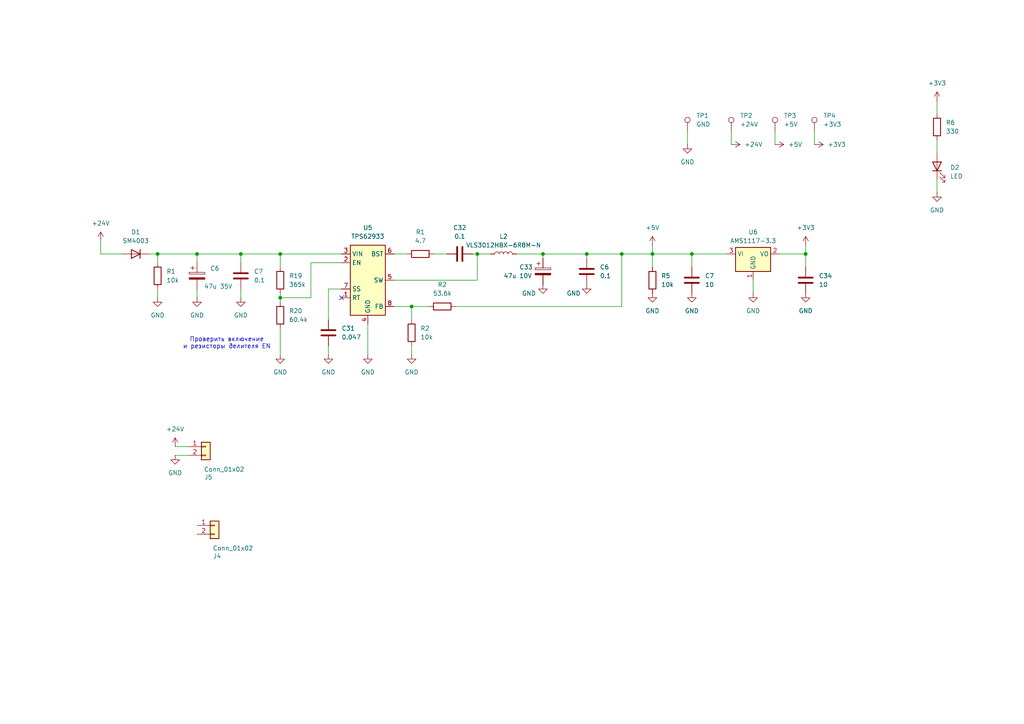
<source format=kicad_sch>
(kicad_sch
	(version 20250114)
	(generator "eeschema")
	(generator_version "9.0")
	(uuid "0ef479fb-9dca-4728-a1e9-06692f0d25d8")
	(paper "A4")
	(lib_symbols
		(symbol "Connector:TestPoint"
			(pin_numbers
				(hide yes)
			)
			(pin_names
				(offset 0.762)
				(hide yes)
			)
			(exclude_from_sim no)
			(in_bom yes)
			(on_board yes)
			(property "Reference" "TP"
				(at 0 6.858 0)
				(effects
					(font
						(size 1.27 1.27)
					)
				)
			)
			(property "Value" "TestPoint"
				(at 0 5.08 0)
				(effects
					(font
						(size 1.27 1.27)
					)
				)
			)
			(property "Footprint" ""
				(at 5.08 0 0)
				(effects
					(font
						(size 1.27 1.27)
					)
					(hide yes)
				)
			)
			(property "Datasheet" "~"
				(at 5.08 0 0)
				(effects
					(font
						(size 1.27 1.27)
					)
					(hide yes)
				)
			)
			(property "Description" "test point"
				(at 0 0 0)
				(effects
					(font
						(size 1.27 1.27)
					)
					(hide yes)
				)
			)
			(property "ki_keywords" "test point tp"
				(at 0 0 0)
				(effects
					(font
						(size 1.27 1.27)
					)
					(hide yes)
				)
			)
			(property "ki_fp_filters" "Pin* Test*"
				(at 0 0 0)
				(effects
					(font
						(size 1.27 1.27)
					)
					(hide yes)
				)
			)
			(symbol "TestPoint_0_1"
				(circle
					(center 0 3.302)
					(radius 0.762)
					(stroke
						(width 0)
						(type default)
					)
					(fill
						(type none)
					)
				)
			)
			(symbol "TestPoint_1_1"
				(pin passive line
					(at 0 0 90)
					(length 2.54)
					(name "1"
						(effects
							(font
								(size 1.27 1.27)
							)
						)
					)
					(number "1"
						(effects
							(font
								(size 1.27 1.27)
							)
						)
					)
				)
			)
			(embedded_fonts no)
		)
		(symbol "Connector_Generic:Conn_01x02"
			(pin_names
				(offset 1.016)
				(hide yes)
			)
			(exclude_from_sim no)
			(in_bom yes)
			(on_board yes)
			(property "Reference" "J"
				(at 0 2.54 0)
				(effects
					(font
						(size 1.27 1.27)
					)
				)
			)
			(property "Value" "Conn_01x02"
				(at 0 -5.08 0)
				(effects
					(font
						(size 1.27 1.27)
					)
				)
			)
			(property "Footprint" ""
				(at 0 0 0)
				(effects
					(font
						(size 1.27 1.27)
					)
					(hide yes)
				)
			)
			(property "Datasheet" "~"
				(at 0 0 0)
				(effects
					(font
						(size 1.27 1.27)
					)
					(hide yes)
				)
			)
			(property "Description" "Generic connector, single row, 01x02, script generated (kicad-library-utils/schlib/autogen/connector/)"
				(at 0 0 0)
				(effects
					(font
						(size 1.27 1.27)
					)
					(hide yes)
				)
			)
			(property "ki_keywords" "connector"
				(at 0 0 0)
				(effects
					(font
						(size 1.27 1.27)
					)
					(hide yes)
				)
			)
			(property "ki_fp_filters" "Connector*:*_1x??_*"
				(at 0 0 0)
				(effects
					(font
						(size 1.27 1.27)
					)
					(hide yes)
				)
			)
			(symbol "Conn_01x02_1_1"
				(rectangle
					(start -1.27 1.27)
					(end 1.27 -3.81)
					(stroke
						(width 0.254)
						(type default)
					)
					(fill
						(type background)
					)
				)
				(rectangle
					(start -1.27 0.127)
					(end 0 -0.127)
					(stroke
						(width 0.1524)
						(type default)
					)
					(fill
						(type none)
					)
				)
				(rectangle
					(start -1.27 -2.413)
					(end 0 -2.667)
					(stroke
						(width 0.1524)
						(type default)
					)
					(fill
						(type none)
					)
				)
				(pin passive line
					(at -5.08 0 0)
					(length 3.81)
					(name "Pin_1"
						(effects
							(font
								(size 1.27 1.27)
							)
						)
					)
					(number "1"
						(effects
							(font
								(size 1.27 1.27)
							)
						)
					)
				)
				(pin passive line
					(at -5.08 -2.54 0)
					(length 3.81)
					(name "Pin_2"
						(effects
							(font
								(size 1.27 1.27)
							)
						)
					)
					(number "2"
						(effects
							(font
								(size 1.27 1.27)
							)
						)
					)
				)
			)
			(embedded_fonts no)
		)
		(symbol "Device:C"
			(pin_numbers
				(hide yes)
			)
			(pin_names
				(offset 0.254)
			)
			(exclude_from_sim no)
			(in_bom yes)
			(on_board yes)
			(property "Reference" "C"
				(at 0.635 2.54 0)
				(effects
					(font
						(size 1.27 1.27)
					)
					(justify left)
				)
			)
			(property "Value" "C"
				(at 0.635 -2.54 0)
				(effects
					(font
						(size 1.27 1.27)
					)
					(justify left)
				)
			)
			(property "Footprint" ""
				(at 0.9652 -3.81 0)
				(effects
					(font
						(size 1.27 1.27)
					)
					(hide yes)
				)
			)
			(property "Datasheet" "~"
				(at 0 0 0)
				(effects
					(font
						(size 1.27 1.27)
					)
					(hide yes)
				)
			)
			(property "Description" "Unpolarized capacitor"
				(at 0 0 0)
				(effects
					(font
						(size 1.27 1.27)
					)
					(hide yes)
				)
			)
			(property "ki_keywords" "cap capacitor"
				(at 0 0 0)
				(effects
					(font
						(size 1.27 1.27)
					)
					(hide yes)
				)
			)
			(property "ki_fp_filters" "C_*"
				(at 0 0 0)
				(effects
					(font
						(size 1.27 1.27)
					)
					(hide yes)
				)
			)
			(symbol "C_0_1"
				(polyline
					(pts
						(xy -2.032 0.762) (xy 2.032 0.762)
					)
					(stroke
						(width 0.508)
						(type default)
					)
					(fill
						(type none)
					)
				)
				(polyline
					(pts
						(xy -2.032 -0.762) (xy 2.032 -0.762)
					)
					(stroke
						(width 0.508)
						(type default)
					)
					(fill
						(type none)
					)
				)
			)
			(symbol "C_1_1"
				(pin passive line
					(at 0 3.81 270)
					(length 2.794)
					(name "~"
						(effects
							(font
								(size 1.27 1.27)
							)
						)
					)
					(number "1"
						(effects
							(font
								(size 1.27 1.27)
							)
						)
					)
				)
				(pin passive line
					(at 0 -3.81 90)
					(length 2.794)
					(name "~"
						(effects
							(font
								(size 1.27 1.27)
							)
						)
					)
					(number "2"
						(effects
							(font
								(size 1.27 1.27)
							)
						)
					)
				)
			)
			(embedded_fonts no)
		)
		(symbol "Device:C_Polarized"
			(pin_numbers
				(hide yes)
			)
			(pin_names
				(offset 0.254)
			)
			(exclude_from_sim no)
			(in_bom yes)
			(on_board yes)
			(property "Reference" "C"
				(at 0.635 2.54 0)
				(effects
					(font
						(size 1.27 1.27)
					)
					(justify left)
				)
			)
			(property "Value" "C_Polarized"
				(at 0.635 -2.54 0)
				(effects
					(font
						(size 1.27 1.27)
					)
					(justify left)
				)
			)
			(property "Footprint" ""
				(at 0.9652 -3.81 0)
				(effects
					(font
						(size 1.27 1.27)
					)
					(hide yes)
				)
			)
			(property "Datasheet" "~"
				(at 0 0 0)
				(effects
					(font
						(size 1.27 1.27)
					)
					(hide yes)
				)
			)
			(property "Description" "Polarized capacitor"
				(at 0 0 0)
				(effects
					(font
						(size 1.27 1.27)
					)
					(hide yes)
				)
			)
			(property "ki_keywords" "cap capacitor"
				(at 0 0 0)
				(effects
					(font
						(size 1.27 1.27)
					)
					(hide yes)
				)
			)
			(property "ki_fp_filters" "CP_*"
				(at 0 0 0)
				(effects
					(font
						(size 1.27 1.27)
					)
					(hide yes)
				)
			)
			(symbol "C_Polarized_0_1"
				(rectangle
					(start -2.286 0.508)
					(end 2.286 1.016)
					(stroke
						(width 0)
						(type default)
					)
					(fill
						(type none)
					)
				)
				(polyline
					(pts
						(xy -1.778 2.286) (xy -0.762 2.286)
					)
					(stroke
						(width 0)
						(type default)
					)
					(fill
						(type none)
					)
				)
				(polyline
					(pts
						(xy -1.27 2.794) (xy -1.27 1.778)
					)
					(stroke
						(width 0)
						(type default)
					)
					(fill
						(type none)
					)
				)
				(rectangle
					(start 2.286 -0.508)
					(end -2.286 -1.016)
					(stroke
						(width 0)
						(type default)
					)
					(fill
						(type outline)
					)
				)
			)
			(symbol "C_Polarized_1_1"
				(pin passive line
					(at 0 3.81 270)
					(length 2.794)
					(name "~"
						(effects
							(font
								(size 1.27 1.27)
							)
						)
					)
					(number "1"
						(effects
							(font
								(size 1.27 1.27)
							)
						)
					)
				)
				(pin passive line
					(at 0 -3.81 90)
					(length 2.794)
					(name "~"
						(effects
							(font
								(size 1.27 1.27)
							)
						)
					)
					(number "2"
						(effects
							(font
								(size 1.27 1.27)
							)
						)
					)
				)
			)
			(embedded_fonts no)
		)
		(symbol "Device:L"
			(pin_numbers
				(hide yes)
			)
			(pin_names
				(offset 1.016)
				(hide yes)
			)
			(exclude_from_sim no)
			(in_bom yes)
			(on_board yes)
			(property "Reference" "L"
				(at -1.27 0 90)
				(effects
					(font
						(size 1.27 1.27)
					)
				)
			)
			(property "Value" "L"
				(at 1.905 0 90)
				(effects
					(font
						(size 1.27 1.27)
					)
				)
			)
			(property "Footprint" ""
				(at 0 0 0)
				(effects
					(font
						(size 1.27 1.27)
					)
					(hide yes)
				)
			)
			(property "Datasheet" "~"
				(at 0 0 0)
				(effects
					(font
						(size 1.27 1.27)
					)
					(hide yes)
				)
			)
			(property "Description" "Inductor"
				(at 0 0 0)
				(effects
					(font
						(size 1.27 1.27)
					)
					(hide yes)
				)
			)
			(property "ki_keywords" "inductor choke coil reactor magnetic"
				(at 0 0 0)
				(effects
					(font
						(size 1.27 1.27)
					)
					(hide yes)
				)
			)
			(property "ki_fp_filters" "Choke_* *Coil* Inductor_* L_*"
				(at 0 0 0)
				(effects
					(font
						(size 1.27 1.27)
					)
					(hide yes)
				)
			)
			(symbol "L_0_1"
				(arc
					(start 0 2.54)
					(mid 0.6323 1.905)
					(end 0 1.27)
					(stroke
						(width 0)
						(type default)
					)
					(fill
						(type none)
					)
				)
				(arc
					(start 0 1.27)
					(mid 0.6323 0.635)
					(end 0 0)
					(stroke
						(width 0)
						(type default)
					)
					(fill
						(type none)
					)
				)
				(arc
					(start 0 0)
					(mid 0.6323 -0.635)
					(end 0 -1.27)
					(stroke
						(width 0)
						(type default)
					)
					(fill
						(type none)
					)
				)
				(arc
					(start 0 -1.27)
					(mid 0.6323 -1.905)
					(end 0 -2.54)
					(stroke
						(width 0)
						(type default)
					)
					(fill
						(type none)
					)
				)
			)
			(symbol "L_1_1"
				(pin passive line
					(at 0 3.81 270)
					(length 1.27)
					(name "1"
						(effects
							(font
								(size 1.27 1.27)
							)
						)
					)
					(number "1"
						(effects
							(font
								(size 1.27 1.27)
							)
						)
					)
				)
				(pin passive line
					(at 0 -3.81 90)
					(length 1.27)
					(name "2"
						(effects
							(font
								(size 1.27 1.27)
							)
						)
					)
					(number "2"
						(effects
							(font
								(size 1.27 1.27)
							)
						)
					)
				)
			)
			(embedded_fonts no)
		)
		(symbol "Device:LED"
			(pin_numbers
				(hide yes)
			)
			(pin_names
				(offset 1.016)
				(hide yes)
			)
			(exclude_from_sim no)
			(in_bom yes)
			(on_board yes)
			(property "Reference" "D"
				(at 0 2.54 0)
				(effects
					(font
						(size 1.27 1.27)
					)
				)
			)
			(property "Value" "LED"
				(at 0 -2.54 0)
				(effects
					(font
						(size 1.27 1.27)
					)
				)
			)
			(property "Footprint" ""
				(at 0 0 0)
				(effects
					(font
						(size 1.27 1.27)
					)
					(hide yes)
				)
			)
			(property "Datasheet" "~"
				(at 0 0 0)
				(effects
					(font
						(size 1.27 1.27)
					)
					(hide yes)
				)
			)
			(property "Description" "Light emitting diode"
				(at 0 0 0)
				(effects
					(font
						(size 1.27 1.27)
					)
					(hide yes)
				)
			)
			(property "Sim.Pins" "1=K 2=A"
				(at 0 0 0)
				(effects
					(font
						(size 1.27 1.27)
					)
					(hide yes)
				)
			)
			(property "ki_keywords" "LED diode"
				(at 0 0 0)
				(effects
					(font
						(size 1.27 1.27)
					)
					(hide yes)
				)
			)
			(property "ki_fp_filters" "LED* LED_SMD:* LED_THT:*"
				(at 0 0 0)
				(effects
					(font
						(size 1.27 1.27)
					)
					(hide yes)
				)
			)
			(symbol "LED_0_1"
				(polyline
					(pts
						(xy -3.048 -0.762) (xy -4.572 -2.286) (xy -3.81 -2.286) (xy -4.572 -2.286) (xy -4.572 -1.524)
					)
					(stroke
						(width 0)
						(type default)
					)
					(fill
						(type none)
					)
				)
				(polyline
					(pts
						(xy -1.778 -0.762) (xy -3.302 -2.286) (xy -2.54 -2.286) (xy -3.302 -2.286) (xy -3.302 -1.524)
					)
					(stroke
						(width 0)
						(type default)
					)
					(fill
						(type none)
					)
				)
				(polyline
					(pts
						(xy -1.27 0) (xy 1.27 0)
					)
					(stroke
						(width 0)
						(type default)
					)
					(fill
						(type none)
					)
				)
				(polyline
					(pts
						(xy -1.27 -1.27) (xy -1.27 1.27)
					)
					(stroke
						(width 0.254)
						(type default)
					)
					(fill
						(type none)
					)
				)
				(polyline
					(pts
						(xy 1.27 -1.27) (xy 1.27 1.27) (xy -1.27 0) (xy 1.27 -1.27)
					)
					(stroke
						(width 0.254)
						(type default)
					)
					(fill
						(type none)
					)
				)
			)
			(symbol "LED_1_1"
				(pin passive line
					(at -3.81 0 0)
					(length 2.54)
					(name "K"
						(effects
							(font
								(size 1.27 1.27)
							)
						)
					)
					(number "1"
						(effects
							(font
								(size 1.27 1.27)
							)
						)
					)
				)
				(pin passive line
					(at 3.81 0 180)
					(length 2.54)
					(name "A"
						(effects
							(font
								(size 1.27 1.27)
							)
						)
					)
					(number "2"
						(effects
							(font
								(size 1.27 1.27)
							)
						)
					)
				)
			)
			(embedded_fonts no)
		)
		(symbol "Device:R"
			(pin_numbers
				(hide yes)
			)
			(pin_names
				(offset 0)
			)
			(exclude_from_sim no)
			(in_bom yes)
			(on_board yes)
			(property "Reference" "R"
				(at 2.032 0 90)
				(effects
					(font
						(size 1.27 1.27)
					)
				)
			)
			(property "Value" "R"
				(at 0 0 90)
				(effects
					(font
						(size 1.27 1.27)
					)
				)
			)
			(property "Footprint" ""
				(at -1.778 0 90)
				(effects
					(font
						(size 1.27 1.27)
					)
					(hide yes)
				)
			)
			(property "Datasheet" "~"
				(at 0 0 0)
				(effects
					(font
						(size 1.27 1.27)
					)
					(hide yes)
				)
			)
			(property "Description" "Resistor"
				(at 0 0 0)
				(effects
					(font
						(size 1.27 1.27)
					)
					(hide yes)
				)
			)
			(property "ki_keywords" "R res resistor"
				(at 0 0 0)
				(effects
					(font
						(size 1.27 1.27)
					)
					(hide yes)
				)
			)
			(property "ki_fp_filters" "R_*"
				(at 0 0 0)
				(effects
					(font
						(size 1.27 1.27)
					)
					(hide yes)
				)
			)
			(symbol "R_0_1"
				(rectangle
					(start -1.016 -2.54)
					(end 1.016 2.54)
					(stroke
						(width 0.254)
						(type default)
					)
					(fill
						(type none)
					)
				)
			)
			(symbol "R_1_1"
				(pin passive line
					(at 0 3.81 270)
					(length 1.27)
					(name "~"
						(effects
							(font
								(size 1.27 1.27)
							)
						)
					)
					(number "1"
						(effects
							(font
								(size 1.27 1.27)
							)
						)
					)
				)
				(pin passive line
					(at 0 -3.81 90)
					(length 1.27)
					(name "~"
						(effects
							(font
								(size 1.27 1.27)
							)
						)
					)
					(number "2"
						(effects
							(font
								(size 1.27 1.27)
							)
						)
					)
				)
			)
			(embedded_fonts no)
		)
		(symbol "Diode:SM4003"
			(pin_numbers
				(hide yes)
			)
			(pin_names
				(hide yes)
			)
			(exclude_from_sim no)
			(in_bom yes)
			(on_board yes)
			(property "Reference" "D"
				(at 0 2.54 0)
				(effects
					(font
						(size 1.27 1.27)
					)
				)
			)
			(property "Value" "SM4003"
				(at 0 -2.54 0)
				(effects
					(font
						(size 1.27 1.27)
					)
				)
			)
			(property "Footprint" "Diode_SMD:D_MELF"
				(at 0 -4.445 0)
				(effects
					(font
						(size 1.27 1.27)
					)
					(hide yes)
				)
			)
			(property "Datasheet" "http://cdn-reichelt.de/documents/datenblatt/A400/SMD1N400%23DIO.pdf"
				(at 0 0 0)
				(effects
					(font
						(size 1.27 1.27)
					)
					(hide yes)
				)
			)
			(property "Description" "200V 1A General Purpose Rectifier Diode, MELF"
				(at 0 0 0)
				(effects
					(font
						(size 1.27 1.27)
					)
					(hide yes)
				)
			)
			(property "Sim.Device" "D"
				(at 0 0 0)
				(effects
					(font
						(size 1.27 1.27)
					)
					(hide yes)
				)
			)
			(property "Sim.Pins" "1=K 2=A"
				(at 0 0 0)
				(effects
					(font
						(size 1.27 1.27)
					)
					(hide yes)
				)
			)
			(property "ki_keywords" "diode"
				(at 0 0 0)
				(effects
					(font
						(size 1.27 1.27)
					)
					(hide yes)
				)
			)
			(property "ki_fp_filters" "D*MELF*"
				(at 0 0 0)
				(effects
					(font
						(size 1.27 1.27)
					)
					(hide yes)
				)
			)
			(symbol "SM4003_0_1"
				(polyline
					(pts
						(xy -1.27 1.27) (xy -1.27 -1.27)
					)
					(stroke
						(width 0.254)
						(type default)
					)
					(fill
						(type none)
					)
				)
				(polyline
					(pts
						(xy 1.27 1.27) (xy 1.27 -1.27) (xy -1.27 0) (xy 1.27 1.27)
					)
					(stroke
						(width 0.254)
						(type default)
					)
					(fill
						(type none)
					)
				)
				(polyline
					(pts
						(xy 1.27 0) (xy -1.27 0)
					)
					(stroke
						(width 0)
						(type default)
					)
					(fill
						(type none)
					)
				)
			)
			(symbol "SM4003_1_1"
				(pin passive line
					(at -3.81 0 0)
					(length 2.54)
					(name "K"
						(effects
							(font
								(size 1.27 1.27)
							)
						)
					)
					(number "1"
						(effects
							(font
								(size 1.27 1.27)
							)
						)
					)
				)
				(pin passive line
					(at 3.81 0 180)
					(length 2.54)
					(name "A"
						(effects
							(font
								(size 1.27 1.27)
							)
						)
					)
					(number "2"
						(effects
							(font
								(size 1.27 1.27)
							)
						)
					)
				)
			)
			(embedded_fonts no)
		)
		(symbol "Regulator_Linear:AMS1117-3.3"
			(exclude_from_sim no)
			(in_bom yes)
			(on_board yes)
			(property "Reference" "U"
				(at -3.81 3.175 0)
				(effects
					(font
						(size 1.27 1.27)
					)
				)
			)
			(property "Value" "AMS1117-3.3"
				(at 0 3.175 0)
				(effects
					(font
						(size 1.27 1.27)
					)
					(justify left)
				)
			)
			(property "Footprint" "Package_TO_SOT_SMD:SOT-223-3_TabPin2"
				(at 0 5.08 0)
				(effects
					(font
						(size 1.27 1.27)
					)
					(hide yes)
				)
			)
			(property "Datasheet" "http://www.advanced-monolithic.com/pdf/ds1117.pdf"
				(at 2.54 -6.35 0)
				(effects
					(font
						(size 1.27 1.27)
					)
					(hide yes)
				)
			)
			(property "Description" "1A Low Dropout regulator, positive, 3.3V fixed output, SOT-223"
				(at 0 0 0)
				(effects
					(font
						(size 1.27 1.27)
					)
					(hide yes)
				)
			)
			(property "ki_keywords" "linear regulator ldo fixed positive"
				(at 0 0 0)
				(effects
					(font
						(size 1.27 1.27)
					)
					(hide yes)
				)
			)
			(property "ki_fp_filters" "SOT?223*TabPin2*"
				(at 0 0 0)
				(effects
					(font
						(size 1.27 1.27)
					)
					(hide yes)
				)
			)
			(symbol "AMS1117-3.3_0_1"
				(rectangle
					(start -5.08 -5.08)
					(end 5.08 1.905)
					(stroke
						(width 0.254)
						(type default)
					)
					(fill
						(type background)
					)
				)
			)
			(symbol "AMS1117-3.3_1_1"
				(pin power_in line
					(at -7.62 0 0)
					(length 2.54)
					(name "VI"
						(effects
							(font
								(size 1.27 1.27)
							)
						)
					)
					(number "3"
						(effects
							(font
								(size 1.27 1.27)
							)
						)
					)
				)
				(pin power_in line
					(at 0 -7.62 90)
					(length 2.54)
					(name "GND"
						(effects
							(font
								(size 1.27 1.27)
							)
						)
					)
					(number "1"
						(effects
							(font
								(size 1.27 1.27)
							)
						)
					)
				)
				(pin power_out line
					(at 7.62 0 180)
					(length 2.54)
					(name "VO"
						(effects
							(font
								(size 1.27 1.27)
							)
						)
					)
					(number "2"
						(effects
							(font
								(size 1.27 1.27)
							)
						)
					)
				)
			)
			(embedded_fonts no)
		)
		(symbol "Regulator_Switching:TPS62933"
			(exclude_from_sim no)
			(in_bom yes)
			(on_board yes)
			(property "Reference" "U"
				(at 0 13.97 0)
				(effects
					(font
						(size 1.27 1.27)
					)
				)
			)
			(property "Value" "TPS62933"
				(at 0 11.43 0)
				(effects
					(font
						(size 1.27 1.27)
					)
				)
			)
			(property "Footprint" "Package_TO_SOT_SMD:SOT-583-8"
				(at 0 -25.4 0)
				(effects
					(font
						(size 1.27 1.27)
					)
					(hide yes)
				)
			)
			(property "Datasheet" "https://www.ti.com/lit/ds/symlink/tps62933.pdf"
				(at 0 -22.86 0)
				(effects
					(font
						(size 1.27 1.27)
					)
					(hide yes)
				)
			)
			(property "Description" "3.8-30V, 3A Synchronous Buck Converters with pulse frequency modulation (PFM), SOT583-8"
				(at 0 0 0)
				(effects
					(font
						(size 1.27 1.27)
					)
					(hide yes)
				)
			)
			(property "ki_keywords" "synchronous buck converter pulse frequency modulation"
				(at 0 0 0)
				(effects
					(font
						(size 1.27 1.27)
					)
					(hide yes)
				)
			)
			(property "ki_fp_filters" "SOT?583*"
				(at 0 0 0)
				(effects
					(font
						(size 1.27 1.27)
					)
					(hide yes)
				)
			)
			(symbol "TPS62933_0_1"
				(rectangle
					(start -5.08 10.16)
					(end 5.08 -10.16)
					(stroke
						(width 0.254)
						(type default)
					)
					(fill
						(type background)
					)
				)
			)
			(symbol "TPS62933_1_1"
				(pin power_in line
					(at -7.62 7.62 0)
					(length 2.54)
					(name "VIN"
						(effects
							(font
								(size 1.27 1.27)
							)
						)
					)
					(number "3"
						(effects
							(font
								(size 1.27 1.27)
							)
						)
					)
				)
				(pin input line
					(at -7.62 5.08 0)
					(length 2.54)
					(name "EN"
						(effects
							(font
								(size 1.27 1.27)
							)
						)
					)
					(number "2"
						(effects
							(font
								(size 1.27 1.27)
							)
						)
					)
				)
				(pin passive line
					(at -7.62 -2.54 0)
					(length 2.54)
					(name "SS"
						(effects
							(font
								(size 1.27 1.27)
							)
						)
					)
					(number "7"
						(effects
							(font
								(size 1.27 1.27)
							)
						)
					)
				)
				(pin passive line
					(at -7.62 -5.08 0)
					(length 2.54)
					(name "RT"
						(effects
							(font
								(size 1.27 1.27)
							)
						)
					)
					(number "1"
						(effects
							(font
								(size 1.27 1.27)
							)
						)
					)
				)
				(pin power_in line
					(at 0 -12.7 90)
					(length 2.54)
					(name "GND"
						(effects
							(font
								(size 1.27 1.27)
							)
						)
					)
					(number "4"
						(effects
							(font
								(size 1.27 1.27)
							)
						)
					)
				)
				(pin passive line
					(at 7.62 7.62 180)
					(length 2.54)
					(name "BST"
						(effects
							(font
								(size 1.27 1.27)
							)
						)
					)
					(number "6"
						(effects
							(font
								(size 1.27 1.27)
							)
						)
					)
				)
				(pin output line
					(at 7.62 0 180)
					(length 2.54)
					(name "SW"
						(effects
							(font
								(size 1.27 1.27)
							)
						)
					)
					(number "5"
						(effects
							(font
								(size 1.27 1.27)
							)
						)
					)
				)
				(pin input line
					(at 7.62 -7.62 180)
					(length 2.54)
					(name "FB"
						(effects
							(font
								(size 1.27 1.27)
							)
						)
					)
					(number "8"
						(effects
							(font
								(size 1.27 1.27)
							)
						)
					)
				)
			)
			(embedded_fonts no)
		)
		(symbol "power:+24V"
			(power)
			(pin_numbers
				(hide yes)
			)
			(pin_names
				(offset 0)
				(hide yes)
			)
			(exclude_from_sim no)
			(in_bom yes)
			(on_board yes)
			(property "Reference" "#PWR"
				(at 0 -3.81 0)
				(effects
					(font
						(size 1.27 1.27)
					)
					(hide yes)
				)
			)
			(property "Value" "+24V"
				(at 0 3.556 0)
				(effects
					(font
						(size 1.27 1.27)
					)
				)
			)
			(property "Footprint" ""
				(at 0 0 0)
				(effects
					(font
						(size 1.27 1.27)
					)
					(hide yes)
				)
			)
			(property "Datasheet" ""
				(at 0 0 0)
				(effects
					(font
						(size 1.27 1.27)
					)
					(hide yes)
				)
			)
			(property "Description" "Power symbol creates a global label with name \"+24V\""
				(at 0 0 0)
				(effects
					(font
						(size 1.27 1.27)
					)
					(hide yes)
				)
			)
			(property "ki_keywords" "global power"
				(at 0 0 0)
				(effects
					(font
						(size 1.27 1.27)
					)
					(hide yes)
				)
			)
			(symbol "+24V_0_1"
				(polyline
					(pts
						(xy -0.762 1.27) (xy 0 2.54)
					)
					(stroke
						(width 0)
						(type default)
					)
					(fill
						(type none)
					)
				)
				(polyline
					(pts
						(xy 0 2.54) (xy 0.762 1.27)
					)
					(stroke
						(width 0)
						(type default)
					)
					(fill
						(type none)
					)
				)
				(polyline
					(pts
						(xy 0 0) (xy 0 2.54)
					)
					(stroke
						(width 0)
						(type default)
					)
					(fill
						(type none)
					)
				)
			)
			(symbol "+24V_1_1"
				(pin power_in line
					(at 0 0 90)
					(length 0)
					(name "~"
						(effects
							(font
								(size 1.27 1.27)
							)
						)
					)
					(number "1"
						(effects
							(font
								(size 1.27 1.27)
							)
						)
					)
				)
			)
			(embedded_fonts no)
		)
		(symbol "power:+3V3"
			(power)
			(pin_numbers
				(hide yes)
			)
			(pin_names
				(offset 0)
				(hide yes)
			)
			(exclude_from_sim no)
			(in_bom yes)
			(on_board yes)
			(property "Reference" "#PWR"
				(at 0 -3.81 0)
				(effects
					(font
						(size 1.27 1.27)
					)
					(hide yes)
				)
			)
			(property "Value" "+3V3"
				(at 0 3.556 0)
				(effects
					(font
						(size 1.27 1.27)
					)
				)
			)
			(property "Footprint" ""
				(at 0 0 0)
				(effects
					(font
						(size 1.27 1.27)
					)
					(hide yes)
				)
			)
			(property "Datasheet" ""
				(at 0 0 0)
				(effects
					(font
						(size 1.27 1.27)
					)
					(hide yes)
				)
			)
			(property "Description" "Power symbol creates a global label with name \"+3V3\""
				(at 0 0 0)
				(effects
					(font
						(size 1.27 1.27)
					)
					(hide yes)
				)
			)
			(property "ki_keywords" "global power"
				(at 0 0 0)
				(effects
					(font
						(size 1.27 1.27)
					)
					(hide yes)
				)
			)
			(symbol "+3V3_0_1"
				(polyline
					(pts
						(xy -0.762 1.27) (xy 0 2.54)
					)
					(stroke
						(width 0)
						(type default)
					)
					(fill
						(type none)
					)
				)
				(polyline
					(pts
						(xy 0 2.54) (xy 0.762 1.27)
					)
					(stroke
						(width 0)
						(type default)
					)
					(fill
						(type none)
					)
				)
				(polyline
					(pts
						(xy 0 0) (xy 0 2.54)
					)
					(stroke
						(width 0)
						(type default)
					)
					(fill
						(type none)
					)
				)
			)
			(symbol "+3V3_1_1"
				(pin power_in line
					(at 0 0 90)
					(length 0)
					(name "~"
						(effects
							(font
								(size 1.27 1.27)
							)
						)
					)
					(number "1"
						(effects
							(font
								(size 1.27 1.27)
							)
						)
					)
				)
			)
			(embedded_fonts no)
		)
		(symbol "power:+5V"
			(power)
			(pin_numbers
				(hide yes)
			)
			(pin_names
				(offset 0)
				(hide yes)
			)
			(exclude_from_sim no)
			(in_bom yes)
			(on_board yes)
			(property "Reference" "#PWR"
				(at 0 -3.81 0)
				(effects
					(font
						(size 1.27 1.27)
					)
					(hide yes)
				)
			)
			(property "Value" "+5V"
				(at 0 3.556 0)
				(effects
					(font
						(size 1.27 1.27)
					)
				)
			)
			(property "Footprint" ""
				(at 0 0 0)
				(effects
					(font
						(size 1.27 1.27)
					)
					(hide yes)
				)
			)
			(property "Datasheet" ""
				(at 0 0 0)
				(effects
					(font
						(size 1.27 1.27)
					)
					(hide yes)
				)
			)
			(property "Description" "Power symbol creates a global label with name \"+5V\""
				(at 0 0 0)
				(effects
					(font
						(size 1.27 1.27)
					)
					(hide yes)
				)
			)
			(property "ki_keywords" "global power"
				(at 0 0 0)
				(effects
					(font
						(size 1.27 1.27)
					)
					(hide yes)
				)
			)
			(symbol "+5V_0_1"
				(polyline
					(pts
						(xy -0.762 1.27) (xy 0 2.54)
					)
					(stroke
						(width 0)
						(type default)
					)
					(fill
						(type none)
					)
				)
				(polyline
					(pts
						(xy 0 2.54) (xy 0.762 1.27)
					)
					(stroke
						(width 0)
						(type default)
					)
					(fill
						(type none)
					)
				)
				(polyline
					(pts
						(xy 0 0) (xy 0 2.54)
					)
					(stroke
						(width 0)
						(type default)
					)
					(fill
						(type none)
					)
				)
			)
			(symbol "+5V_1_1"
				(pin power_in line
					(at 0 0 90)
					(length 0)
					(name "~"
						(effects
							(font
								(size 1.27 1.27)
							)
						)
					)
					(number "1"
						(effects
							(font
								(size 1.27 1.27)
							)
						)
					)
				)
			)
			(embedded_fonts no)
		)
		(symbol "power:GND"
			(power)
			(pin_numbers
				(hide yes)
			)
			(pin_names
				(offset 0)
				(hide yes)
			)
			(exclude_from_sim no)
			(in_bom yes)
			(on_board yes)
			(property "Reference" "#PWR"
				(at 0 -6.35 0)
				(effects
					(font
						(size 1.27 1.27)
					)
					(hide yes)
				)
			)
			(property "Value" "GND"
				(at 0 -3.81 0)
				(effects
					(font
						(size 1.27 1.27)
					)
				)
			)
			(property "Footprint" ""
				(at 0 0 0)
				(effects
					(font
						(size 1.27 1.27)
					)
					(hide yes)
				)
			)
			(property "Datasheet" ""
				(at 0 0 0)
				(effects
					(font
						(size 1.27 1.27)
					)
					(hide yes)
				)
			)
			(property "Description" "Power symbol creates a global label with name \"GND\" , ground"
				(at 0 0 0)
				(effects
					(font
						(size 1.27 1.27)
					)
					(hide yes)
				)
			)
			(property "ki_keywords" "global power"
				(at 0 0 0)
				(effects
					(font
						(size 1.27 1.27)
					)
					(hide yes)
				)
			)
			(symbol "GND_0_1"
				(polyline
					(pts
						(xy 0 0) (xy 0 -1.27) (xy 1.27 -1.27) (xy 0 -2.54) (xy -1.27 -1.27) (xy 0 -1.27)
					)
					(stroke
						(width 0)
						(type default)
					)
					(fill
						(type none)
					)
				)
			)
			(symbol "GND_1_1"
				(pin power_in line
					(at 0 0 270)
					(length 0)
					(name "~"
						(effects
							(font
								(size 1.27 1.27)
							)
						)
					)
					(number "1"
						(effects
							(font
								(size 1.27 1.27)
							)
						)
					)
				)
			)
			(embedded_fonts no)
		)
	)
	(text "Проверить включение\nи резисторы делителя EN"
		(exclude_from_sim no)
		(at 65.786 99.568 0)
		(effects
			(font
				(size 1.27 1.27)
			)
		)
		(uuid "67610aa1-7082-4951-b2e7-1cbef1a07faf")
	)
	(junction
		(at 170.18 73.66)
		(diameter 0)
		(color 0 0 0 0)
		(uuid "0cc8994d-d01b-4cb2-a6e9-bca99e2547e8")
	)
	(junction
		(at 45.72 73.66)
		(diameter 0)
		(color 0 0 0 0)
		(uuid "20433c58-4ec6-4a98-b06c-5765f11eff96")
	)
	(junction
		(at 200.66 73.66)
		(diameter 0)
		(color 0 0 0 0)
		(uuid "21bc7962-100f-4fc3-b1c5-c7dafd7875bc")
	)
	(junction
		(at 119.38 88.9)
		(diameter 0)
		(color 0 0 0 0)
		(uuid "254ab7ed-97f3-4a60-90a2-36281ef9648b")
	)
	(junction
		(at 157.48 73.66)
		(diameter 0)
		(color 0 0 0 0)
		(uuid "32bca403-0a24-415a-ab08-114be34e9702")
	)
	(junction
		(at 81.28 86.36)
		(diameter 0)
		(color 0 0 0 0)
		(uuid "55457002-30ef-420c-8c83-4671377e8c14")
	)
	(junction
		(at 180.34 73.66)
		(diameter 0)
		(color 0 0 0 0)
		(uuid "67ff309e-41b5-4a19-8de2-ed27dd53dc22")
	)
	(junction
		(at 57.15 73.66)
		(diameter 0)
		(color 0 0 0 0)
		(uuid "7e744129-cf78-4a86-a26c-50ec2410d06e")
	)
	(junction
		(at 69.85 73.66)
		(diameter 0)
		(color 0 0 0 0)
		(uuid "87d5eff2-9d66-4920-ae53-bb87b22f0918")
	)
	(junction
		(at 138.43 73.66)
		(diameter 0)
		(color 0 0 0 0)
		(uuid "b56b60df-2455-4317-8c14-e61d77b89fe5")
	)
	(junction
		(at 81.28 73.66)
		(diameter 0)
		(color 0 0 0 0)
		(uuid "b58a8cef-4779-492f-93b1-a9064c042137")
	)
	(junction
		(at 189.23 73.66)
		(diameter 0)
		(color 0 0 0 0)
		(uuid "eb56d9e1-2de9-4dc1-aa3a-5e63a591c1b2")
	)
	(junction
		(at 233.68 73.66)
		(diameter 0)
		(color 0 0 0 0)
		(uuid "ef97c179-a325-4a68-b325-9d8c84fc5b71")
	)
	(no_connect
		(at 99.06 86.36)
		(uuid "9d31b4b3-2a37-48a0-bf32-49fd15df10e8")
	)
	(wire
		(pts
			(xy 138.43 81.28) (xy 138.43 73.66)
		)
		(stroke
			(width 0)
			(type default)
		)
		(uuid "04378f00-5628-45ba-b048-ab24d4c9015b")
	)
	(wire
		(pts
			(xy 45.72 73.66) (xy 45.72 76.2)
		)
		(stroke
			(width 0)
			(type default)
		)
		(uuid "0a660d55-166f-45d5-9362-72ea73971cc3")
	)
	(wire
		(pts
			(xy 157.48 73.66) (xy 157.48 74.93)
		)
		(stroke
			(width 0)
			(type default)
		)
		(uuid "0b65a615-9c67-4f2d-b181-f79acc595000")
	)
	(wire
		(pts
			(xy 180.34 73.66) (xy 170.18 73.66)
		)
		(stroke
			(width 0)
			(type default)
		)
		(uuid "0c422c73-725c-4892-b5f0-d0e630f4de46")
	)
	(wire
		(pts
			(xy 90.17 86.36) (xy 81.28 86.36)
		)
		(stroke
			(width 0)
			(type default)
		)
		(uuid "0cbea7bc-8cff-4f8d-be3c-eee45d2641d8")
	)
	(wire
		(pts
			(xy 224.79 38.1) (xy 224.79 41.91)
		)
		(stroke
			(width 0)
			(type default)
		)
		(uuid "1f204daf-1ea6-49da-9fd0-eba25ce76e8f")
	)
	(wire
		(pts
			(xy 81.28 86.36) (xy 81.28 87.63)
		)
		(stroke
			(width 0)
			(type default)
		)
		(uuid "21a66457-0d81-451d-96af-7bd947ea2fe6")
	)
	(wire
		(pts
			(xy 226.06 73.66) (xy 233.68 73.66)
		)
		(stroke
			(width 0)
			(type default)
		)
		(uuid "270552f4-4f98-45b3-b9d7-3ec6f05649bb")
	)
	(wire
		(pts
			(xy 106.68 102.87) (xy 106.68 93.98)
		)
		(stroke
			(width 0)
			(type default)
		)
		(uuid "29bb47d6-620b-4f48-84a3-2d57ae035cee")
	)
	(wire
		(pts
			(xy 180.34 88.9) (xy 180.34 73.66)
		)
		(stroke
			(width 0)
			(type default)
		)
		(uuid "2f6cf1e1-d0ae-44ac-bfbd-bb39d257f679")
	)
	(wire
		(pts
			(xy 170.18 73.66) (xy 157.48 73.66)
		)
		(stroke
			(width 0)
			(type default)
		)
		(uuid "32a7b907-79fb-469b-9ec7-70e9b8f37d7b")
	)
	(wire
		(pts
			(xy 271.78 40.64) (xy 271.78 44.45)
		)
		(stroke
			(width 0)
			(type default)
		)
		(uuid "3372445d-0bda-48d7-b1cc-bcd8d2498353")
	)
	(wire
		(pts
			(xy 199.39 38.1) (xy 199.39 41.91)
		)
		(stroke
			(width 0)
			(type default)
		)
		(uuid "34d777f9-6b02-4ef5-8502-53ef8c506ee7")
	)
	(wire
		(pts
			(xy 81.28 85.09) (xy 81.28 86.36)
		)
		(stroke
			(width 0)
			(type default)
		)
		(uuid "363e3e20-5a8b-4c46-a965-f860b93e729c")
	)
	(wire
		(pts
			(xy 218.44 81.28) (xy 218.44 85.09)
		)
		(stroke
			(width 0)
			(type default)
		)
		(uuid "3d26f5ab-5d9a-4da5-b786-7927ebc8ca54")
	)
	(wire
		(pts
			(xy 50.8 129.54) (xy 54.61 129.54)
		)
		(stroke
			(width 0)
			(type default)
		)
		(uuid "429e4226-78a9-47d0-a510-8b55cf4f1ad6")
	)
	(wire
		(pts
			(xy 69.85 73.66) (xy 69.85 76.2)
		)
		(stroke
			(width 0)
			(type default)
		)
		(uuid "42c066db-1872-4b34-9a83-9b732af2928c")
	)
	(wire
		(pts
			(xy 189.23 73.66) (xy 180.34 73.66)
		)
		(stroke
			(width 0)
			(type default)
		)
		(uuid "48b635fe-4ccf-492f-a7b4-f319e4f4ba35")
	)
	(wire
		(pts
			(xy 69.85 86.36) (xy 69.85 83.82)
		)
		(stroke
			(width 0)
			(type default)
		)
		(uuid "4a24a9f8-4d79-40bc-861a-1d212a3335ba")
	)
	(wire
		(pts
			(xy 170.18 74.93) (xy 170.18 73.66)
		)
		(stroke
			(width 0)
			(type default)
		)
		(uuid "4bf186d7-68a1-43ca-9517-4bc0648fc99f")
	)
	(wire
		(pts
			(xy 200.66 73.66) (xy 189.23 73.66)
		)
		(stroke
			(width 0)
			(type default)
		)
		(uuid "5136b79c-6b94-42cf-a9d6-0fbf2d4cf949")
	)
	(wire
		(pts
			(xy 95.25 102.87) (xy 95.25 100.33)
		)
		(stroke
			(width 0)
			(type default)
		)
		(uuid "521575b1-42d0-47a0-843c-71d5e05c580b")
	)
	(wire
		(pts
			(xy 99.06 76.2) (xy 90.17 76.2)
		)
		(stroke
			(width 0)
			(type default)
		)
		(uuid "547acbc7-18ac-44b5-bfb1-031ef6db7269")
	)
	(wire
		(pts
			(xy 69.85 73.66) (xy 81.28 73.66)
		)
		(stroke
			(width 0)
			(type default)
		)
		(uuid "5630d496-612d-410e-9495-e1252969b37a")
	)
	(wire
		(pts
			(xy 189.23 71.12) (xy 189.23 73.66)
		)
		(stroke
			(width 0)
			(type default)
		)
		(uuid "5b005394-897a-4e0e-ad13-05f5206da3bc")
	)
	(wire
		(pts
			(xy 29.21 69.85) (xy 29.21 73.66)
		)
		(stroke
			(width 0)
			(type default)
		)
		(uuid "5f24bf5d-8c26-4aa5-a40b-0d0242dc992e")
	)
	(wire
		(pts
			(xy 45.72 73.66) (xy 43.18 73.66)
		)
		(stroke
			(width 0)
			(type default)
		)
		(uuid "667052b4-737f-487b-afab-66715732c967")
	)
	(wire
		(pts
			(xy 200.66 77.47) (xy 200.66 73.66)
		)
		(stroke
			(width 0)
			(type default)
		)
		(uuid "67ff7225-cfcb-4473-bf21-1329f37ddb2c")
	)
	(wire
		(pts
			(xy 189.23 77.47) (xy 189.23 73.66)
		)
		(stroke
			(width 0)
			(type default)
		)
		(uuid "6ab6e68b-b3b1-404c-ba5f-da81f62a1a91")
	)
	(wire
		(pts
			(xy 90.17 76.2) (xy 90.17 86.36)
		)
		(stroke
			(width 0)
			(type default)
		)
		(uuid "6df1019d-66b6-4a29-8a1a-1e5fa47ac8d2")
	)
	(wire
		(pts
			(xy 81.28 73.66) (xy 99.06 73.66)
		)
		(stroke
			(width 0)
			(type default)
		)
		(uuid "6f30ffcc-723d-4e2b-86a8-ea77cef4f593")
	)
	(wire
		(pts
			(xy 114.3 73.66) (xy 118.11 73.66)
		)
		(stroke
			(width 0)
			(type default)
		)
		(uuid "72ac7a5c-e796-4d5f-a6a3-ea026665b6ce")
	)
	(wire
		(pts
			(xy 200.66 73.66) (xy 210.82 73.66)
		)
		(stroke
			(width 0)
			(type default)
		)
		(uuid "74f2d5ba-e17a-447e-b6c3-7954a62c5721")
	)
	(wire
		(pts
			(xy 81.28 73.66) (xy 81.28 77.47)
		)
		(stroke
			(width 0)
			(type default)
		)
		(uuid "7572292c-cf36-4604-874d-30901a96b8f1")
	)
	(wire
		(pts
			(xy 29.21 73.66) (xy 35.56 73.66)
		)
		(stroke
			(width 0)
			(type default)
		)
		(uuid "7855f15c-1981-4dc9-8d3d-5d1be53efb12")
	)
	(wire
		(pts
			(xy 95.25 92.71) (xy 95.25 83.82)
		)
		(stroke
			(width 0)
			(type default)
		)
		(uuid "80a423e8-11d9-41f7-8aea-147f2591fc16")
	)
	(wire
		(pts
			(xy 119.38 102.87) (xy 119.38 100.33)
		)
		(stroke
			(width 0)
			(type default)
		)
		(uuid "82a43fa5-24a9-4612-9b78-2fd511fec5ed")
	)
	(wire
		(pts
			(xy 45.72 86.36) (xy 45.72 83.82)
		)
		(stroke
			(width 0)
			(type default)
		)
		(uuid "896c5836-6fd4-48a8-8a4f-bf616803a6d8")
	)
	(wire
		(pts
			(xy 57.15 86.36) (xy 57.15 83.82)
		)
		(stroke
			(width 0)
			(type default)
		)
		(uuid "8abf7f76-8df6-4911-b8fd-64ccd14d15a0")
	)
	(wire
		(pts
			(xy 236.22 38.1) (xy 236.22 41.91)
		)
		(stroke
			(width 0)
			(type default)
		)
		(uuid "95209bc0-dbf2-4b11-93a3-9915d53c3104")
	)
	(wire
		(pts
			(xy 119.38 92.71) (xy 119.38 88.9)
		)
		(stroke
			(width 0)
			(type default)
		)
		(uuid "9846e9f7-a843-4e9c-aefd-76976b44110b")
	)
	(wire
		(pts
			(xy 149.86 73.66) (xy 157.48 73.66)
		)
		(stroke
			(width 0)
			(type default)
		)
		(uuid "9f9a95c4-4c3d-4cc6-becb-acbfa2db61e0")
	)
	(wire
		(pts
			(xy 233.68 71.12) (xy 233.68 73.66)
		)
		(stroke
			(width 0)
			(type default)
		)
		(uuid "a0467307-4699-4769-b044-a0b6f57341d5")
	)
	(wire
		(pts
			(xy 212.09 38.1) (xy 212.09 41.91)
		)
		(stroke
			(width 0)
			(type default)
		)
		(uuid "a6bd6391-3c6a-42b8-aedd-a1165aaa6851")
	)
	(wire
		(pts
			(xy 125.73 73.66) (xy 129.54 73.66)
		)
		(stroke
			(width 0)
			(type default)
		)
		(uuid "af8c613f-6013-4a50-bf80-0a5994653ce8")
	)
	(wire
		(pts
			(xy 45.72 73.66) (xy 57.15 73.66)
		)
		(stroke
			(width 0)
			(type default)
		)
		(uuid "b1bca7f9-2e2b-42e0-80f9-f4e4941a1e09")
	)
	(wire
		(pts
			(xy 81.28 95.25) (xy 81.28 102.87)
		)
		(stroke
			(width 0)
			(type default)
		)
		(uuid "b225e797-47fb-401d-9471-98cac86665ed")
	)
	(wire
		(pts
			(xy 132.08 88.9) (xy 180.34 88.9)
		)
		(stroke
			(width 0)
			(type default)
		)
		(uuid "b757aa5f-4567-44ae-bbde-0515e0a2a2a7")
	)
	(wire
		(pts
			(xy 271.78 52.07) (xy 271.78 55.88)
		)
		(stroke
			(width 0)
			(type default)
		)
		(uuid "bd20a505-f989-4e24-ad6e-36f324195f3f")
	)
	(wire
		(pts
			(xy 57.15 73.66) (xy 57.15 76.2)
		)
		(stroke
			(width 0)
			(type default)
		)
		(uuid "c85bb4b6-8f40-4f98-8f4e-18244fabf382")
	)
	(wire
		(pts
			(xy 119.38 88.9) (xy 124.46 88.9)
		)
		(stroke
			(width 0)
			(type default)
		)
		(uuid "c9570701-a4b3-4649-aec2-d1a0043c8e81")
	)
	(wire
		(pts
			(xy 233.68 73.66) (xy 233.68 77.47)
		)
		(stroke
			(width 0)
			(type default)
		)
		(uuid "cc4999f5-4f73-40ae-8544-5b010843eaea")
	)
	(wire
		(pts
			(xy 114.3 88.9) (xy 119.38 88.9)
		)
		(stroke
			(width 0)
			(type default)
		)
		(uuid "cecf41ab-81e1-4695-bbbb-782d18c375e1")
	)
	(wire
		(pts
			(xy 95.25 83.82) (xy 99.06 83.82)
		)
		(stroke
			(width 0)
			(type default)
		)
		(uuid "d10e3e4f-2361-4c8a-adae-5daf026cfb67")
	)
	(wire
		(pts
			(xy 50.8 132.08) (xy 54.61 132.08)
		)
		(stroke
			(width 0)
			(type default)
		)
		(uuid "d8b83feb-366b-4ee4-a0a9-af3c6f6cd65f")
	)
	(wire
		(pts
			(xy 114.3 81.28) (xy 138.43 81.28)
		)
		(stroke
			(width 0)
			(type default)
		)
		(uuid "e032a471-0607-456f-aeff-42b4a3288aa2")
	)
	(wire
		(pts
			(xy 137.16 73.66) (xy 138.43 73.66)
		)
		(stroke
			(width 0)
			(type default)
		)
		(uuid "e1d372a8-1ec4-4edd-bbdb-d6cbd2b1b5b1")
	)
	(wire
		(pts
			(xy 138.43 73.66) (xy 142.24 73.66)
		)
		(stroke
			(width 0)
			(type default)
		)
		(uuid "efd2a94e-56e2-4a34-a820-b31bb57c2d95")
	)
	(wire
		(pts
			(xy 271.78 29.21) (xy 271.78 33.02)
		)
		(stroke
			(width 0)
			(type default)
		)
		(uuid "f0ea4fad-ab80-40f5-9818-899b831ba710")
	)
	(wire
		(pts
			(xy 57.15 73.66) (xy 69.85 73.66)
		)
		(stroke
			(width 0)
			(type default)
		)
		(uuid "fdab8c89-1780-4b23-8789-4ea8655b7253")
	)
	(symbol
		(lib_id "Connector_Generic:Conn_01x02")
		(at 62.23 152.4 0)
		(unit 1)
		(exclude_from_sim no)
		(in_bom yes)
		(on_board yes)
		(dnp no)
		(uuid "0669832f-fade-44f2-827a-f06185a7e87a")
		(property "Reference" "J4"
			(at 62.992 161.29 0)
			(effects
				(font
					(size 1.27 1.27)
				)
			)
		)
		(property "Value" "Conn_01x02"
			(at 67.564 159.004 0)
			(effects
				(font
					(size 1.27 1.27)
				)
			)
		)
		(property "Footprint" "TerminalBlock_Phoenix:TerminalBlock_Phoenix_PT-1,5-2-5.0-H_1x02_P5.00mm_Horizontal"
			(at 62.23 152.4 0)
			(effects
				(font
					(size 1.27 1.27)
				)
				(hide yes)
			)
		)
		(property "Datasheet" "~"
			(at 62.23 152.4 0)
			(effects
				(font
					(size 1.27 1.27)
				)
				(hide yes)
			)
		)
		(property "Description" "Generic connector, single row, 01x02, script generated (kicad-library-utils/schlib/autogen/connector/)"
			(at 62.23 152.4 0)
			(effects
				(font
					(size 1.27 1.27)
				)
				(hide yes)
			)
		)
		(pin "2"
			(uuid "6b4d4f75-41b7-4843-8a83-fb45f526144d")
		)
		(pin "1"
			(uuid "fbb577b8-57a2-4e2f-852e-d5bdf04a70c4")
		)
		(instances
			(project "StairsV2Ethernet"
				(path "/c74cf9f2-0af5-4a28-b0b6-05ce22add148/43b24ed5-a570-4e27-b00b-6038ea0a11b6"
					(reference "J4")
					(unit 1)
				)
			)
		)
	)
	(symbol
		(lib_id "power:GND")
		(at 189.23 85.09 0)
		(unit 1)
		(exclude_from_sim no)
		(in_bom yes)
		(on_board yes)
		(dnp no)
		(fields_autoplaced yes)
		(uuid "13ed6df7-a3aa-4f0d-9fac-98687f019301")
		(property "Reference" "#PWR097"
			(at 189.23 91.44 0)
			(effects
				(font
					(size 1.27 1.27)
				)
				(hide yes)
			)
		)
		(property "Value" "GND"
			(at 189.23 90.17 0)
			(effects
				(font
					(size 1.27 1.27)
				)
			)
		)
		(property "Footprint" ""
			(at 189.23 85.09 0)
			(effects
				(font
					(size 1.27 1.27)
				)
				(hide yes)
			)
		)
		(property "Datasheet" ""
			(at 189.23 85.09 0)
			(effects
				(font
					(size 1.27 1.27)
				)
				(hide yes)
			)
		)
		(property "Description" "Power symbol creates a global label with name \"GND\" , ground"
			(at 189.23 85.09 0)
			(effects
				(font
					(size 1.27 1.27)
				)
				(hide yes)
			)
		)
		(pin "1"
			(uuid "cb33558f-6b4d-49ea-b7a4-ad939f51b47b")
		)
		(instances
			(project "StairsV2Ethernet"
				(path "/c74cf9f2-0af5-4a28-b0b6-05ce22add148/43b24ed5-a570-4e27-b00b-6038ea0a11b6"
					(reference "#PWR097")
					(unit 1)
				)
			)
		)
	)
	(symbol
		(lib_id "Regulator_Linear:AMS1117-3.3")
		(at 218.44 73.66 0)
		(unit 1)
		(exclude_from_sim no)
		(in_bom yes)
		(on_board yes)
		(dnp no)
		(fields_autoplaced yes)
		(uuid "18dde58b-8888-4222-bbba-b399f1bb6471")
		(property "Reference" "U6"
			(at 218.44 67.31 0)
			(effects
				(font
					(size 1.27 1.27)
				)
			)
		)
		(property "Value" "AMS1117-3.3"
			(at 218.44 69.85 0)
			(effects
				(font
					(size 1.27 1.27)
				)
			)
		)
		(property "Footprint" "Package_TO_SOT_SMD:SOT-223-3_TabPin2"
			(at 218.44 68.58 0)
			(effects
				(font
					(size 1.27 1.27)
				)
				(hide yes)
			)
		)
		(property "Datasheet" "http://www.advanced-monolithic.com/pdf/ds1117.pdf"
			(at 220.98 80.01 0)
			(effects
				(font
					(size 1.27 1.27)
				)
				(hide yes)
			)
		)
		(property "Description" "1A Low Dropout regulator, positive, 3.3V fixed output, SOT-223"
			(at 218.44 73.66 0)
			(effects
				(font
					(size 1.27 1.27)
				)
				(hide yes)
			)
		)
		(pin "3"
			(uuid "902befec-833f-48bc-9696-42632788ad9c")
		)
		(pin "1"
			(uuid "5b4ebaf4-bada-49da-a5aa-3f1b36c4e116")
		)
		(pin "2"
			(uuid "bf0fc492-a7da-49d5-a227-7e387e5c698a")
		)
		(instances
			(project "StairsV2Ethernet"
				(path "/c74cf9f2-0af5-4a28-b0b6-05ce22add148/43b24ed5-a570-4e27-b00b-6038ea0a11b6"
					(reference "U6")
					(unit 1)
				)
			)
		)
	)
	(symbol
		(lib_id "power:+5V")
		(at 224.79 41.91 270)
		(unit 1)
		(exclude_from_sim no)
		(in_bom yes)
		(on_board yes)
		(dnp no)
		(fields_autoplaced yes)
		(uuid "19835845-c810-47fb-8581-7bbb0832420c")
		(property "Reference" "#PWR0102"
			(at 220.98 41.91 0)
			(effects
				(font
					(size 1.27 1.27)
				)
				(hide yes)
			)
		)
		(property "Value" "+5V"
			(at 228.6 41.9099 90)
			(effects
				(font
					(size 1.27 1.27)
				)
				(justify left)
			)
		)
		(property "Footprint" ""
			(at 224.79 41.91 0)
			(effects
				(font
					(size 1.27 1.27)
				)
				(hide yes)
			)
		)
		(property "Datasheet" ""
			(at 224.79 41.91 0)
			(effects
				(font
					(size 1.27 1.27)
				)
				(hide yes)
			)
		)
		(property "Description" "Power symbol creates a global label with name \"+5V\""
			(at 224.79 41.91 0)
			(effects
				(font
					(size 1.27 1.27)
				)
				(hide yes)
			)
		)
		(pin "1"
			(uuid "fc795a8d-e8fe-4be7-8499-9b4139afdbe3")
		)
		(instances
			(project "StairsV2Ethernet"
				(path "/c74cf9f2-0af5-4a28-b0b6-05ce22add148/43b24ed5-a570-4e27-b00b-6038ea0a11b6"
					(reference "#PWR0102")
					(unit 1)
				)
			)
		)
	)
	(symbol
		(lib_id "Device:R")
		(at 81.28 81.28 0)
		(unit 1)
		(exclude_from_sim no)
		(in_bom yes)
		(on_board yes)
		(dnp no)
		(fields_autoplaced yes)
		(uuid "1e787656-f3e5-41d5-8816-6cf32ad8aa17")
		(property "Reference" "R19"
			(at 83.82 80.0099 0)
			(effects
				(font
					(size 1.27 1.27)
				)
				(justify left)
			)
		)
		(property "Value" "365k"
			(at 83.82 82.5499 0)
			(effects
				(font
					(size 1.27 1.27)
				)
				(justify left)
			)
		)
		(property "Footprint" "Resistor_SMD:R_0805_2012Metric"
			(at 79.502 81.28 90)
			(effects
				(font
					(size 1.27 1.27)
				)
				(hide yes)
			)
		)
		(property "Datasheet" "~"
			(at 81.28 81.28 0)
			(effects
				(font
					(size 1.27 1.27)
				)
				(hide yes)
			)
		)
		(property "Description" "Resistor"
			(at 81.28 81.28 0)
			(effects
				(font
					(size 1.27 1.27)
				)
				(hide yes)
			)
		)
		(pin "2"
			(uuid "7d8c16f0-c5df-45ad-8875-619e08762297")
		)
		(pin "1"
			(uuid "82b482cc-e8ba-410b-9ca8-f05983dd44d4")
		)
		(instances
			(project "StairsV2Ethernet"
				(path "/c74cf9f2-0af5-4a28-b0b6-05ce22add148/43b24ed5-a570-4e27-b00b-6038ea0a11b6"
					(reference "R19")
					(unit 1)
				)
			)
		)
	)
	(symbol
		(lib_id "Device:R")
		(at 271.78 36.83 0)
		(unit 1)
		(exclude_from_sim no)
		(in_bom yes)
		(on_board yes)
		(dnp no)
		(fields_autoplaced yes)
		(uuid "1e850c05-74a0-4d3a-8f1f-58fb04706a09")
		(property "Reference" "R6"
			(at 274.32 35.5599 0)
			(effects
				(font
					(size 1.27 1.27)
				)
				(justify left)
			)
		)
		(property "Value" "330"
			(at 274.32 38.0999 0)
			(effects
				(font
					(size 1.27 1.27)
				)
				(justify left)
			)
		)
		(property "Footprint" "Resistor_SMD:R_0805_2012Metric"
			(at 270.002 36.83 90)
			(effects
				(font
					(size 1.27 1.27)
				)
				(hide yes)
			)
		)
		(property "Datasheet" "~"
			(at 271.78 36.83 0)
			(effects
				(font
					(size 1.27 1.27)
				)
				(hide yes)
			)
		)
		(property "Description" "Resistor"
			(at 271.78 36.83 0)
			(effects
				(font
					(size 1.27 1.27)
				)
				(hide yes)
			)
		)
		(pin "2"
			(uuid "81a2311f-e03e-4ec9-9f31-beb3d7b3e13f")
		)
		(pin "1"
			(uuid "e4d5e6c3-0206-4648-98cd-d4ab5f018d9c")
		)
		(instances
			(project "StairsV2Ethernet"
				(path "/c74cf9f2-0af5-4a28-b0b6-05ce22add148/43b24ed5-a570-4e27-b00b-6038ea0a11b6"
					(reference "R6")
					(unit 1)
				)
			)
		)
	)
	(symbol
		(lib_id "power:GND")
		(at 170.18 82.55 0)
		(unit 1)
		(exclude_from_sim no)
		(in_bom yes)
		(on_board yes)
		(dnp no)
		(uuid "2aeb4ba1-9854-431c-a802-3d5342e8223d")
		(property "Reference" "#PWR095"
			(at 170.18 88.9 0)
			(effects
				(font
					(size 1.27 1.27)
				)
				(hide yes)
			)
		)
		(property "Value" "GND"
			(at 166.37 85.09 0)
			(effects
				(font
					(size 1.27 1.27)
				)
			)
		)
		(property "Footprint" ""
			(at 170.18 82.55 0)
			(effects
				(font
					(size 1.27 1.27)
				)
				(hide yes)
			)
		)
		(property "Datasheet" ""
			(at 170.18 82.55 0)
			(effects
				(font
					(size 1.27 1.27)
				)
				(hide yes)
			)
		)
		(property "Description" "Power symbol creates a global label with name \"GND\" , ground"
			(at 170.18 82.55 0)
			(effects
				(font
					(size 1.27 1.27)
				)
				(hide yes)
			)
		)
		(pin "1"
			(uuid "d2ef156a-a2a0-4a01-85de-197be0f3bef5")
		)
		(instances
			(project "StairsV2Ethernet"
				(path "/c74cf9f2-0af5-4a28-b0b6-05ce22add148/43b24ed5-a570-4e27-b00b-6038ea0a11b6"
					(reference "#PWR095")
					(unit 1)
				)
			)
		)
	)
	(symbol
		(lib_id "Device:R")
		(at 119.38 96.52 0)
		(unit 1)
		(exclude_from_sim no)
		(in_bom yes)
		(on_board yes)
		(dnp no)
		(fields_autoplaced yes)
		(uuid "34a4c260-e454-42d0-a1dd-3cbdc49aa6c6")
		(property "Reference" "R2"
			(at 121.92 95.2499 0)
			(effects
				(font
					(size 1.27 1.27)
				)
				(justify left)
			)
		)
		(property "Value" "10k"
			(at 121.92 97.7899 0)
			(effects
				(font
					(size 1.27 1.27)
				)
				(justify left)
			)
		)
		(property "Footprint" "Resistor_SMD:R_0805_2012Metric"
			(at 117.602 96.52 90)
			(effects
				(font
					(size 1.27 1.27)
				)
				(hide yes)
			)
		)
		(property "Datasheet" "~"
			(at 119.38 96.52 0)
			(effects
				(font
					(size 1.27 1.27)
				)
				(hide yes)
			)
		)
		(property "Description" "Resistor"
			(at 119.38 96.52 0)
			(effects
				(font
					(size 1.27 1.27)
				)
				(hide yes)
			)
		)
		(pin "2"
			(uuid "0f0bbf5c-697a-489f-a05c-8f812a84b851")
		)
		(pin "1"
			(uuid "45d46214-a663-4afc-b836-3266cc1b089e")
		)
		(instances
			(project "StairsV2Ethernet"
				(path "/c74cf9f2-0af5-4a28-b0b6-05ce22add148/43b24ed5-a570-4e27-b00b-6038ea0a11b6"
					(reference "R2")
					(unit 1)
				)
			)
		)
	)
	(symbol
		(lib_id "power:GND")
		(at 218.44 85.09 0)
		(unit 1)
		(exclude_from_sim no)
		(in_bom yes)
		(on_board yes)
		(dnp no)
		(fields_autoplaced yes)
		(uuid "50d336c1-6e49-4d1d-bf15-ddee22056480")
		(property "Reference" "#PWR0101"
			(at 218.44 91.44 0)
			(effects
				(font
					(size 1.27 1.27)
				)
				(hide yes)
			)
		)
		(property "Value" "GND"
			(at 218.44 90.17 0)
			(effects
				(font
					(size 1.27 1.27)
				)
			)
		)
		(property "Footprint" ""
			(at 218.44 85.09 0)
			(effects
				(font
					(size 1.27 1.27)
				)
				(hide yes)
			)
		)
		(property "Datasheet" ""
			(at 218.44 85.09 0)
			(effects
				(font
					(size 1.27 1.27)
				)
				(hide yes)
			)
		)
		(property "Description" "Power symbol creates a global label with name \"GND\" , ground"
			(at 218.44 85.09 0)
			(effects
				(font
					(size 1.27 1.27)
				)
				(hide yes)
			)
		)
		(pin "1"
			(uuid "99be5c46-9391-42f0-be86-71194bd67e05")
		)
		(instances
			(project "StairsV2Ethernet"
				(path "/c74cf9f2-0af5-4a28-b0b6-05ce22add148/43b24ed5-a570-4e27-b00b-6038ea0a11b6"
					(reference "#PWR0101")
					(unit 1)
				)
			)
		)
	)
	(symbol
		(lib_id "Diode:SM4003")
		(at 39.37 73.66 180)
		(unit 1)
		(exclude_from_sim no)
		(in_bom yes)
		(on_board yes)
		(dnp no)
		(fields_autoplaced yes)
		(uuid "544b6cf5-5d78-425e-b165-d9321a870b5a")
		(property "Reference" "D1"
			(at 39.37 67.31 0)
			(effects
				(font
					(size 1.27 1.27)
				)
			)
		)
		(property "Value" "SM4003"
			(at 39.37 69.85 0)
			(effects
				(font
					(size 1.27 1.27)
				)
			)
		)
		(property "Footprint" "Diode_SMD:D_MELF"
			(at 39.37 69.215 0)
			(effects
				(font
					(size 1.27 1.27)
				)
				(hide yes)
			)
		)
		(property "Datasheet" "http://cdn-reichelt.de/documents/datenblatt/A400/SMD1N400%23DIO.pdf"
			(at 39.37 73.66 0)
			(effects
				(font
					(size 1.27 1.27)
				)
				(hide yes)
			)
		)
		(property "Description" "200V 1A General Purpose Rectifier Diode, MELF"
			(at 39.37 73.66 0)
			(effects
				(font
					(size 1.27 1.27)
				)
				(hide yes)
			)
		)
		(property "Sim.Device" "D"
			(at 39.37 73.66 0)
			(effects
				(font
					(size 1.27 1.27)
				)
				(hide yes)
			)
		)
		(property "Sim.Pins" "1=K 2=A"
			(at 39.37 73.66 0)
			(effects
				(font
					(size 1.27 1.27)
				)
				(hide yes)
			)
		)
		(pin "1"
			(uuid "51470ad2-7e68-437d-b2f7-733f15f6dc3d")
		)
		(pin "2"
			(uuid "7b8cf93f-c2f9-4cea-8765-aebd71c5129b")
		)
		(instances
			(project "StairsV2Ethernet"
				(path "/c74cf9f2-0af5-4a28-b0b6-05ce22add148/43b24ed5-a570-4e27-b00b-6038ea0a11b6"
					(reference "D1")
					(unit 1)
				)
			)
		)
	)
	(symbol
		(lib_id "power:+3V3")
		(at 271.78 29.21 0)
		(unit 1)
		(exclude_from_sim no)
		(in_bom yes)
		(on_board yes)
		(dnp no)
		(fields_autoplaced yes)
		(uuid "57de0664-1267-428e-a247-8c41225fc458")
		(property "Reference" "#PWR0106"
			(at 271.78 33.02 0)
			(effects
				(font
					(size 1.27 1.27)
				)
				(hide yes)
			)
		)
		(property "Value" "+3V3"
			(at 271.78 24.13 0)
			(effects
				(font
					(size 1.27 1.27)
				)
			)
		)
		(property "Footprint" ""
			(at 271.78 29.21 0)
			(effects
				(font
					(size 1.27 1.27)
				)
				(hide yes)
			)
		)
		(property "Datasheet" ""
			(at 271.78 29.21 0)
			(effects
				(font
					(size 1.27 1.27)
				)
				(hide yes)
			)
		)
		(property "Description" "Power symbol creates a global label with name \"+3V3\""
			(at 271.78 29.21 0)
			(effects
				(font
					(size 1.27 1.27)
				)
				(hide yes)
			)
		)
		(pin "1"
			(uuid "4c76d05c-9841-4787-8449-eb7a31788356")
		)
		(instances
			(project "StairsV2Ethernet"
				(path "/c74cf9f2-0af5-4a28-b0b6-05ce22add148/43b24ed5-a570-4e27-b00b-6038ea0a11b6"
					(reference "#PWR0106")
					(unit 1)
				)
			)
		)
	)
	(symbol
		(lib_id "Device:C")
		(at 95.25 96.52 0)
		(unit 1)
		(exclude_from_sim no)
		(in_bom yes)
		(on_board yes)
		(dnp no)
		(fields_autoplaced yes)
		(uuid "59762f50-1d3d-4683-9eee-d924c540985e")
		(property "Reference" "C31"
			(at 99.06 95.2499 0)
			(effects
				(font
					(size 1.27 1.27)
				)
				(justify left)
			)
		)
		(property "Value" "0.047"
			(at 99.06 97.7899 0)
			(effects
				(font
					(size 1.27 1.27)
				)
				(justify left)
			)
		)
		(property "Footprint" "Capacitor_SMD:C_0805_2012Metric"
			(at 96.2152 100.33 0)
			(effects
				(font
					(size 1.27 1.27)
				)
				(hide yes)
			)
		)
		(property "Datasheet" "~"
			(at 95.25 96.52 0)
			(effects
				(font
					(size 1.27 1.27)
				)
				(hide yes)
			)
		)
		(property "Description" "Unpolarized capacitor"
			(at 95.25 96.52 0)
			(effects
				(font
					(size 1.27 1.27)
				)
				(hide yes)
			)
		)
		(pin "1"
			(uuid "12edfa88-909d-41ae-bc8e-8cb52e91d13d")
		)
		(pin "2"
			(uuid "328ec036-7013-4b2c-976d-dcbb595b5970")
		)
		(instances
			(project "StairsV2Ethernet"
				(path "/c74cf9f2-0af5-4a28-b0b6-05ce22add148/43b24ed5-a570-4e27-b00b-6038ea0a11b6"
					(reference "C31")
					(unit 1)
				)
			)
		)
	)
	(symbol
		(lib_id "power:GND")
		(at 57.15 86.36 0)
		(unit 1)
		(exclude_from_sim no)
		(in_bom yes)
		(on_board yes)
		(dnp no)
		(fields_autoplaced yes)
		(uuid "5e0458f1-afc1-4872-b587-fb34d2645ae1")
		(property "Reference" "#PWR088"
			(at 57.15 92.71 0)
			(effects
				(font
					(size 1.27 1.27)
				)
				(hide yes)
			)
		)
		(property "Value" "GND"
			(at 57.15 91.44 0)
			(effects
				(font
					(size 1.27 1.27)
				)
			)
		)
		(property "Footprint" ""
			(at 57.15 86.36 0)
			(effects
				(font
					(size 1.27 1.27)
				)
				(hide yes)
			)
		)
		(property "Datasheet" ""
			(at 57.15 86.36 0)
			(effects
				(font
					(size 1.27 1.27)
				)
				(hide yes)
			)
		)
		(property "Description" "Power symbol creates a global label with name \"GND\" , ground"
			(at 57.15 86.36 0)
			(effects
				(font
					(size 1.27 1.27)
				)
				(hide yes)
			)
		)
		(pin "1"
			(uuid "e4a76bcb-a727-465e-a1f2-8eae8e22409a")
		)
		(instances
			(project "StairsV2Ethernet"
				(path "/c74cf9f2-0af5-4a28-b0b6-05ce22add148/43b24ed5-a570-4e27-b00b-6038ea0a11b6"
					(reference "#PWR088")
					(unit 1)
				)
			)
		)
	)
	(symbol
		(lib_id "power:GND")
		(at 81.28 102.87 0)
		(unit 1)
		(exclude_from_sim no)
		(in_bom yes)
		(on_board yes)
		(dnp no)
		(fields_autoplaced yes)
		(uuid "5fe79a2d-b782-4ceb-9bc7-21efc4ca88dc")
		(property "Reference" "#PWR090"
			(at 81.28 109.22 0)
			(effects
				(font
					(size 1.27 1.27)
				)
				(hide yes)
			)
		)
		(property "Value" "GND"
			(at 81.28 107.95 0)
			(effects
				(font
					(size 1.27 1.27)
				)
			)
		)
		(property "Footprint" ""
			(at 81.28 102.87 0)
			(effects
				(font
					(size 1.27 1.27)
				)
				(hide yes)
			)
		)
		(property "Datasheet" ""
			(at 81.28 102.87 0)
			(effects
				(font
					(size 1.27 1.27)
				)
				(hide yes)
			)
		)
		(property "Description" "Power symbol creates a global label with name \"GND\" , ground"
			(at 81.28 102.87 0)
			(effects
				(font
					(size 1.27 1.27)
				)
				(hide yes)
			)
		)
		(pin "1"
			(uuid "a80b056c-2f97-4980-958b-11f90174d0ef")
		)
		(instances
			(project "StairsV2Ethernet"
				(path "/c74cf9f2-0af5-4a28-b0b6-05ce22add148/43b24ed5-a570-4e27-b00b-6038ea0a11b6"
					(reference "#PWR090")
					(unit 1)
				)
			)
		)
	)
	(symbol
		(lib_id "Device:C")
		(at 233.68 81.28 0)
		(unit 1)
		(exclude_from_sim no)
		(in_bom yes)
		(on_board yes)
		(dnp no)
		(fields_autoplaced yes)
		(uuid "626c348a-29f4-4d32-9df1-350292ff5576")
		(property "Reference" "C34"
			(at 237.49 80.0099 0)
			(effects
				(font
					(size 1.27 1.27)
				)
				(justify left)
			)
		)
		(property "Value" "10"
			(at 237.49 82.5499 0)
			(effects
				(font
					(size 1.27 1.27)
				)
				(justify left)
			)
		)
		(property "Footprint" "Capacitor_SMD:C_0805_2012Metric"
			(at 234.6452 85.09 0)
			(effects
				(font
					(size 1.27 1.27)
				)
				(hide yes)
			)
		)
		(property "Datasheet" "~"
			(at 233.68 81.28 0)
			(effects
				(font
					(size 1.27 1.27)
				)
				(hide yes)
			)
		)
		(property "Description" "Unpolarized capacitor"
			(at 233.68 81.28 0)
			(effects
				(font
					(size 1.27 1.27)
				)
				(hide yes)
			)
		)
		(pin "1"
			(uuid "96668d94-f335-427b-ad4c-e3ee3ebf89e3")
		)
		(pin "2"
			(uuid "77387390-46b6-4ade-a654-5db70637e313")
		)
		(instances
			(project "StairsV2Ethernet"
				(path "/c74cf9f2-0af5-4a28-b0b6-05ce22add148/43b24ed5-a570-4e27-b00b-6038ea0a11b6"
					(reference "C34")
					(unit 1)
				)
			)
		)
	)
	(symbol
		(lib_id "Device:L")
		(at 146.05 73.66 90)
		(unit 1)
		(exclude_from_sim no)
		(in_bom yes)
		(on_board yes)
		(dnp no)
		(fields_autoplaced yes)
		(uuid "6c0bba76-b1cb-408b-9b11-6a402964c612")
		(property "Reference" "L2"
			(at 146.05 68.58 90)
			(effects
				(font
					(size 1.27 1.27)
				)
			)
		)
		(property "Value" "VLS3012HBX-6R8M-N"
			(at 146.05 71.12 90)
			(effects
				(font
					(size 1.27 1.27)
				)
			)
		)
		(property "Footprint" "ProjLibrary:IND_VLS3012HBX-6R8M-N"
			(at 146.05 73.66 0)
			(effects
				(font
					(size 1.27 1.27)
				)
				(hide yes)
			)
		)
		(property "Datasheet" "~"
			(at 146.05 73.66 0)
			(effects
				(font
					(size 1.27 1.27)
				)
				(hide yes)
			)
		)
		(property "Description" "Inductor"
			(at 146.05 73.66 0)
			(effects
				(font
					(size 1.27 1.27)
				)
				(hide yes)
			)
		)
		(pin "1"
			(uuid "d1a723cd-1eb7-4470-b506-233ed055189d")
		)
		(pin "2"
			(uuid "659c36e6-a99f-4d16-9286-28edd936574d")
		)
		(instances
			(project "StairsV2Ethernet"
				(path "/c74cf9f2-0af5-4a28-b0b6-05ce22add148/43b24ed5-a570-4e27-b00b-6038ea0a11b6"
					(reference "L2")
					(unit 1)
				)
			)
		)
	)
	(symbol
		(lib_id "Device:R")
		(at 128.27 88.9 90)
		(unit 1)
		(exclude_from_sim no)
		(in_bom yes)
		(on_board yes)
		(dnp no)
		(fields_autoplaced yes)
		(uuid "6ff79d1c-4600-40f3-bd1e-ee7c63f013c0")
		(property "Reference" "R2"
			(at 128.27 82.55 90)
			(effects
				(font
					(size 1.27 1.27)
				)
			)
		)
		(property "Value" "53.6k"
			(at 128.27 85.09 90)
			(effects
				(font
					(size 1.27 1.27)
				)
			)
		)
		(property "Footprint" "Resistor_SMD:R_0805_2012Metric"
			(at 128.27 90.678 90)
			(effects
				(font
					(size 1.27 1.27)
				)
				(hide yes)
			)
		)
		(property "Datasheet" "~"
			(at 128.27 88.9 0)
			(effects
				(font
					(size 1.27 1.27)
				)
				(hide yes)
			)
		)
		(property "Description" "Resistor"
			(at 128.27 88.9 0)
			(effects
				(font
					(size 1.27 1.27)
				)
				(hide yes)
			)
		)
		(pin "2"
			(uuid "5fcdc905-0334-4b61-961f-ed90641afc01")
		)
		(pin "1"
			(uuid "5f7d7121-1a61-4c74-a458-cc3ceb4267b7")
		)
		(instances
			(project "StairsV2Ethernet"
				(path "/c74cf9f2-0af5-4a28-b0b6-05ce22add148/43b24ed5-a570-4e27-b00b-6038ea0a11b6"
					(reference "R2")
					(unit 1)
				)
			)
		)
	)
	(symbol
		(lib_id "Regulator_Switching:TPS62933")
		(at 106.68 81.28 0)
		(unit 1)
		(exclude_from_sim no)
		(in_bom yes)
		(on_board yes)
		(dnp no)
		(fields_autoplaced yes)
		(uuid "748f73ee-7669-45ff-a4db-079310066430")
		(property "Reference" "U5"
			(at 106.68 66.04 0)
			(effects
				(font
					(size 1.27 1.27)
				)
			)
		)
		(property "Value" "TPS62933"
			(at 106.68 68.58 0)
			(effects
				(font
					(size 1.27 1.27)
				)
			)
		)
		(property "Footprint" "Package_TO_SOT_SMD:SOT-583-8"
			(at 106.68 106.68 0)
			(effects
				(font
					(size 1.27 1.27)
				)
				(hide yes)
			)
		)
		(property "Datasheet" "https://www.ti.com/lit/ds/symlink/tps62933.pdf"
			(at 106.68 104.14 0)
			(effects
				(font
					(size 1.27 1.27)
				)
				(hide yes)
			)
		)
		(property "Description" "3.8-30V, 3A Synchronous Buck Converters with pulse frequency modulation (PFM), SOT583-8"
			(at 106.68 81.28 0)
			(effects
				(font
					(size 1.27 1.27)
				)
				(hide yes)
			)
		)
		(pin "2"
			(uuid "10bcb5c6-fc60-4709-b37e-a9b3df13841b")
		)
		(pin "4"
			(uuid "7feb7c0e-e9bf-49a0-a5aa-cee36a400ab9")
		)
		(pin "5"
			(uuid "c745e638-6a02-4c29-84aa-56ee6dadc146")
		)
		(pin "7"
			(uuid "1562ccb9-6af3-4981-ba20-4293d7352030")
		)
		(pin "6"
			(uuid "a7dfd5c6-985c-40cc-95d6-bf6d94384372")
		)
		(pin "8"
			(uuid "6424729d-22f4-4d63-881d-6b1b49b71a2d")
		)
		(pin "3"
			(uuid "06f13fec-df01-4792-981f-a08756bb74ea")
		)
		(pin "1"
			(uuid "05f83741-38d4-4d86-89a0-6f05caad1de8")
		)
		(instances
			(project "StairsV2Ethernet"
				(path "/c74cf9f2-0af5-4a28-b0b6-05ce22add148/43b24ed5-a570-4e27-b00b-6038ea0a11b6"
					(reference "U5")
					(unit 1)
				)
			)
		)
	)
	(symbol
		(lib_id "Connector:TestPoint")
		(at 224.79 38.1 0)
		(unit 1)
		(exclude_from_sim no)
		(in_bom yes)
		(on_board yes)
		(dnp no)
		(fields_autoplaced yes)
		(uuid "780e83a3-0c98-46e3-80af-ab3f787e53f4")
		(property "Reference" "TP3"
			(at 227.33 33.5279 0)
			(effects
				(font
					(size 1.27 1.27)
				)
				(justify left)
			)
		)
		(property "Value" "+5V"
			(at 227.33 36.0679 0)
			(effects
				(font
					(size 1.27 1.27)
				)
				(justify left)
			)
		)
		(property "Footprint" "TestPoint:TestPoint_Pad_1.0x1.0mm"
			(at 229.87 38.1 0)
			(effects
				(font
					(size 1.27 1.27)
				)
				(hide yes)
			)
		)
		(property "Datasheet" "~"
			(at 229.87 38.1 0)
			(effects
				(font
					(size 1.27 1.27)
				)
				(hide yes)
			)
		)
		(property "Description" "test point"
			(at 224.79 38.1 0)
			(effects
				(font
					(size 1.27 1.27)
				)
				(hide yes)
			)
		)
		(property "Field5" ""
			(at 224.79 38.1 0)
			(effects
				(font
					(size 1.27 1.27)
				)
				(hide yes)
			)
		)
		(pin "1"
			(uuid "e475a142-c4f0-4b21-9ea2-eb769344b845")
		)
		(instances
			(project "StairsV2Ethernet"
				(path "/c74cf9f2-0af5-4a28-b0b6-05ce22add148/43b24ed5-a570-4e27-b00b-6038ea0a11b6"
					(reference "TP3")
					(unit 1)
				)
			)
		)
	)
	(symbol
		(lib_id "power:+5V")
		(at 189.23 71.12 0)
		(unit 1)
		(exclude_from_sim no)
		(in_bom yes)
		(on_board yes)
		(dnp no)
		(fields_autoplaced yes)
		(uuid "83526abf-3182-4496-918f-fa7bf01cf01a")
		(property "Reference" "#PWR096"
			(at 189.23 74.93 0)
			(effects
				(font
					(size 1.27 1.27)
				)
				(hide yes)
			)
		)
		(property "Value" "+5V"
			(at 189.23 66.04 0)
			(effects
				(font
					(size 1.27 1.27)
				)
			)
		)
		(property "Footprint" ""
			(at 189.23 71.12 0)
			(effects
				(font
					(size 1.27 1.27)
				)
				(hide yes)
			)
		)
		(property "Datasheet" ""
			(at 189.23 71.12 0)
			(effects
				(font
					(size 1.27 1.27)
				)
				(hide yes)
			)
		)
		(property "Description" "Power symbol creates a global label with name \"+5V\""
			(at 189.23 71.12 0)
			(effects
				(font
					(size 1.27 1.27)
				)
				(hide yes)
			)
		)
		(pin "1"
			(uuid "ad5ed265-4060-49d0-98f1-bafcfed2abd1")
		)
		(instances
			(project "StairsV2Ethernet"
				(path "/c74cf9f2-0af5-4a28-b0b6-05ce22add148/43b24ed5-a570-4e27-b00b-6038ea0a11b6"
					(reference "#PWR096")
					(unit 1)
				)
			)
		)
	)
	(symbol
		(lib_id "Connector:TestPoint")
		(at 212.09 38.1 0)
		(unit 1)
		(exclude_from_sim no)
		(in_bom yes)
		(on_board yes)
		(dnp no)
		(fields_autoplaced yes)
		(uuid "8a9b42a4-5519-488e-896b-dbcb6e4f5f3a")
		(property "Reference" "TP2"
			(at 214.63 33.5279 0)
			(effects
				(font
					(size 1.27 1.27)
				)
				(justify left)
			)
		)
		(property "Value" "+24V"
			(at 214.63 36.0679 0)
			(effects
				(font
					(size 1.27 1.27)
				)
				(justify left)
			)
		)
		(property "Footprint" "TestPoint:TestPoint_Pad_1.0x1.0mm"
			(at 217.17 38.1 0)
			(effects
				(font
					(size 1.27 1.27)
				)
				(hide yes)
			)
		)
		(property "Datasheet" "~"
			(at 217.17 38.1 0)
			(effects
				(font
					(size 1.27 1.27)
				)
				(hide yes)
			)
		)
		(property "Description" "test point"
			(at 212.09 38.1 0)
			(effects
				(font
					(size 1.27 1.27)
				)
				(hide yes)
			)
		)
		(pin "1"
			(uuid "e9991375-0f4a-4696-8649-7b9df1629fc5")
		)
		(instances
			(project "StairsV2Ethernet"
				(path "/c74cf9f2-0af5-4a28-b0b6-05ce22add148/43b24ed5-a570-4e27-b00b-6038ea0a11b6"
					(reference "TP2")
					(unit 1)
				)
			)
		)
	)
	(symbol
		(lib_id "Device:C")
		(at 170.18 78.74 0)
		(unit 1)
		(exclude_from_sim no)
		(in_bom yes)
		(on_board yes)
		(dnp no)
		(fields_autoplaced yes)
		(uuid "923c3419-d7ee-42aa-bf71-1a8342c2e57b")
		(property "Reference" "C6"
			(at 173.99 77.4699 0)
			(effects
				(font
					(size 1.27 1.27)
				)
				(justify left)
			)
		)
		(property "Value" "0.1"
			(at 173.99 80.0099 0)
			(effects
				(font
					(size 1.27 1.27)
				)
				(justify left)
			)
		)
		(property "Footprint" "Capacitor_SMD:C_0805_2012Metric"
			(at 171.1452 82.55 0)
			(effects
				(font
					(size 1.27 1.27)
				)
				(hide yes)
			)
		)
		(property "Datasheet" "~"
			(at 170.18 78.74 0)
			(effects
				(font
					(size 1.27 1.27)
				)
				(hide yes)
			)
		)
		(property "Description" "Unpolarized capacitor"
			(at 170.18 78.74 0)
			(effects
				(font
					(size 1.27 1.27)
				)
				(hide yes)
			)
		)
		(pin "1"
			(uuid "a004a607-6940-4141-9179-e67c4b4f640d")
		)
		(pin "2"
			(uuid "948dd928-f8bd-44b5-93d3-d2239b2a4bd1")
		)
		(instances
			(project "StairsV2Ethernet"
				(path "/c74cf9f2-0af5-4a28-b0b6-05ce22add148/43b24ed5-a570-4e27-b00b-6038ea0a11b6"
					(reference "C6")
					(unit 1)
				)
			)
		)
	)
	(symbol
		(lib_id "power:GND")
		(at 157.48 82.55 0)
		(unit 1)
		(exclude_from_sim no)
		(in_bom yes)
		(on_board yes)
		(dnp no)
		(uuid "9515ab15-28e6-4446-a3d5-0f40ed278807")
		(property "Reference" "#PWR094"
			(at 157.48 88.9 0)
			(effects
				(font
					(size 1.27 1.27)
				)
				(hide yes)
			)
		)
		(property "Value" "GND"
			(at 153.416 85.09 0)
			(effects
				(font
					(size 1.27 1.27)
				)
			)
		)
		(property "Footprint" ""
			(at 157.48 82.55 0)
			(effects
				(font
					(size 1.27 1.27)
				)
				(hide yes)
			)
		)
		(property "Datasheet" ""
			(at 157.48 82.55 0)
			(effects
				(font
					(size 1.27 1.27)
				)
				(hide yes)
			)
		)
		(property "Description" "Power symbol creates a global label with name \"GND\" , ground"
			(at 157.48 82.55 0)
			(effects
				(font
					(size 1.27 1.27)
				)
				(hide yes)
			)
		)
		(pin "1"
			(uuid "6662b166-ed8f-4d8f-91af-c6b2fbec2a6d")
		)
		(instances
			(project "StairsV2Ethernet"
				(path "/c74cf9f2-0af5-4a28-b0b6-05ce22add148/43b24ed5-a570-4e27-b00b-6038ea0a11b6"
					(reference "#PWR094")
					(unit 1)
				)
			)
		)
	)
	(symbol
		(lib_id "power:GND")
		(at 233.68 85.09 0)
		(unit 1)
		(exclude_from_sim no)
		(in_bom yes)
		(on_board yes)
		(dnp no)
		(fields_autoplaced yes)
		(uuid "a353306a-da71-4a00-abdd-67a4cd5f4a4e")
		(property "Reference" "#PWR0104"
			(at 233.68 91.44 0)
			(effects
				(font
					(size 1.27 1.27)
				)
				(hide yes)
			)
		)
		(property "Value" "GND"
			(at 233.68 90.17 0)
			(effects
				(font
					(size 1.27 1.27)
				)
			)
		)
		(property "Footprint" ""
			(at 233.68 85.09 0)
			(effects
				(font
					(size 1.27 1.27)
				)
				(hide yes)
			)
		)
		(property "Datasheet" ""
			(at 233.68 85.09 0)
			(effects
				(font
					(size 1.27 1.27)
				)
				(hide yes)
			)
		)
		(property "Description" "Power symbol creates a global label with name \"GND\" , ground"
			(at 233.68 85.09 0)
			(effects
				(font
					(size 1.27 1.27)
				)
				(hide yes)
			)
		)
		(pin "1"
			(uuid "aa3326b9-a3ec-48d8-9d3d-bd4127d6a877")
		)
		(instances
			(project "StairsV2Ethernet"
				(path "/c74cf9f2-0af5-4a28-b0b6-05ce22add148/43b24ed5-a570-4e27-b00b-6038ea0a11b6"
					(reference "#PWR0104")
					(unit 1)
				)
			)
		)
	)
	(symbol
		(lib_id "Device:C_Polarized")
		(at 57.15 80.01 0)
		(unit 1)
		(exclude_from_sim no)
		(in_bom yes)
		(on_board yes)
		(dnp no)
		(uuid "a610aab0-3d0a-41ac-af8f-613bdc4cda34")
		(property "Reference" "C6"
			(at 60.96 77.8509 0)
			(effects
				(font
					(size 1.27 1.27)
				)
				(justify left)
			)
		)
		(property "Value" "47u 35V"
			(at 59.182 83.058 0)
			(effects
				(font
					(size 1.27 1.27)
				)
				(justify left)
			)
		)
		(property "Footprint" "Capacitor_SMD:CP_Elec_6.3x5.4"
			(at 58.1152 83.82 0)
			(effects
				(font
					(size 1.27 1.27)
				)
				(hide yes)
			)
		)
		(property "Datasheet" "~"
			(at 57.15 80.01 0)
			(effects
				(font
					(size 1.27 1.27)
				)
				(hide yes)
			)
		)
		(property "Description" "Polarized capacitor"
			(at 57.15 80.01 0)
			(effects
				(font
					(size 1.27 1.27)
				)
				(hide yes)
			)
		)
		(pin "2"
			(uuid "e24ae1c2-7b15-4ef5-b570-cdc9bd8b7fe3")
		)
		(pin "1"
			(uuid "cb8eecb5-04b9-44db-bcef-df094a8b8382")
		)
		(instances
			(project "StairsV2Ethernet"
				(path "/c74cf9f2-0af5-4a28-b0b6-05ce22add148/43b24ed5-a570-4e27-b00b-6038ea0a11b6"
					(reference "C6")
					(unit 1)
				)
			)
		)
	)
	(symbol
		(lib_id "Device:R")
		(at 121.92 73.66 90)
		(unit 1)
		(exclude_from_sim no)
		(in_bom yes)
		(on_board yes)
		(dnp no)
		(fields_autoplaced yes)
		(uuid "a6822cb1-2409-41b8-a0cc-a14f492675ae")
		(property "Reference" "R1"
			(at 121.92 67.31 90)
			(effects
				(font
					(size 1.27 1.27)
				)
			)
		)
		(property "Value" "4.7"
			(at 121.92 69.85 90)
			(effects
				(font
					(size 1.27 1.27)
				)
			)
		)
		(property "Footprint" "Resistor_SMD:R_0805_2012Metric"
			(at 121.92 75.438 90)
			(effects
				(font
					(size 1.27 1.27)
				)
				(hide yes)
			)
		)
		(property "Datasheet" "~"
			(at 121.92 73.66 0)
			(effects
				(font
					(size 1.27 1.27)
				)
				(hide yes)
			)
		)
		(property "Description" "Resistor"
			(at 121.92 73.66 0)
			(effects
				(font
					(size 1.27 1.27)
				)
				(hide yes)
			)
		)
		(pin "2"
			(uuid "47a285af-8552-4885-b658-9cc250449ad9")
		)
		(pin "1"
			(uuid "7d04751a-8276-4204-bd71-f4ef52668aab")
		)
		(instances
			(project "StairsV2Ethernet"
				(path "/c74cf9f2-0af5-4a28-b0b6-05ce22add148/43b24ed5-a570-4e27-b00b-6038ea0a11b6"
					(reference "R1")
					(unit 1)
				)
			)
		)
	)
	(symbol
		(lib_id "Connector:TestPoint")
		(at 236.22 38.1 0)
		(unit 1)
		(exclude_from_sim no)
		(in_bom yes)
		(on_board yes)
		(dnp no)
		(fields_autoplaced yes)
		(uuid "ac9015de-30b6-4506-bc0a-8302e76ec57a")
		(property "Reference" "TP4"
			(at 238.76 33.5279 0)
			(effects
				(font
					(size 1.27 1.27)
				)
				(justify left)
			)
		)
		(property "Value" "+3V3"
			(at 238.76 36.0679 0)
			(effects
				(font
					(size 1.27 1.27)
				)
				(justify left)
			)
		)
		(property "Footprint" "TestPoint:TestPoint_Pad_1.0x1.0mm"
			(at 241.3 38.1 0)
			(effects
				(font
					(size 1.27 1.27)
				)
				(hide yes)
			)
		)
		(property "Datasheet" "~"
			(at 241.3 38.1 0)
			(effects
				(font
					(size 1.27 1.27)
				)
				(hide yes)
			)
		)
		(property "Description" "test point"
			(at 236.22 38.1 0)
			(effects
				(font
					(size 1.27 1.27)
				)
				(hide yes)
			)
		)
		(pin "1"
			(uuid "5484a3da-720e-43d9-a876-2f99e6c24dde")
		)
		(instances
			(project "StairsV2Ethernet"
				(path "/c74cf9f2-0af5-4a28-b0b6-05ce22add148/43b24ed5-a570-4e27-b00b-6038ea0a11b6"
					(reference "TP4")
					(unit 1)
				)
			)
		)
	)
	(symbol
		(lib_id "power:GND")
		(at 50.8 132.08 0)
		(unit 1)
		(exclude_from_sim no)
		(in_bom yes)
		(on_board yes)
		(dnp no)
		(fields_autoplaced yes)
		(uuid "acd02764-dd2c-4c39-b451-69faa4cdf021")
		(property "Reference" "#PWR087"
			(at 50.8 138.43 0)
			(effects
				(font
					(size 1.27 1.27)
				)
				(hide yes)
			)
		)
		(property "Value" "GND"
			(at 50.8 137.16 0)
			(effects
				(font
					(size 1.27 1.27)
				)
			)
		)
		(property "Footprint" ""
			(at 50.8 132.08 0)
			(effects
				(font
					(size 1.27 1.27)
				)
				(hide yes)
			)
		)
		(property "Datasheet" ""
			(at 50.8 132.08 0)
			(effects
				(font
					(size 1.27 1.27)
				)
				(hide yes)
			)
		)
		(property "Description" "Power symbol creates a global label with name \"GND\" , ground"
			(at 50.8 132.08 0)
			(effects
				(font
					(size 1.27 1.27)
				)
				(hide yes)
			)
		)
		(pin "1"
			(uuid "cd83ff78-16ce-44e5-afc5-b638b7ba8902")
		)
		(instances
			(project "StairsV2Ethernet"
				(path "/c74cf9f2-0af5-4a28-b0b6-05ce22add148/43b24ed5-a570-4e27-b00b-6038ea0a11b6"
					(reference "#PWR087")
					(unit 1)
				)
			)
		)
	)
	(symbol
		(lib_id "power:GND")
		(at 95.25 102.87 0)
		(unit 1)
		(exclude_from_sim no)
		(in_bom yes)
		(on_board yes)
		(dnp no)
		(fields_autoplaced yes)
		(uuid "b0b58b4e-70c4-4328-9daa-ae88f4e13230")
		(property "Reference" "#PWR091"
			(at 95.25 109.22 0)
			(effects
				(font
					(size 1.27 1.27)
				)
				(hide yes)
			)
		)
		(property "Value" "GND"
			(at 95.25 107.95 0)
			(effects
				(font
					(size 1.27 1.27)
				)
			)
		)
		(property "Footprint" ""
			(at 95.25 102.87 0)
			(effects
				(font
					(size 1.27 1.27)
				)
				(hide yes)
			)
		)
		(property "Datasheet" ""
			(at 95.25 102.87 0)
			(effects
				(font
					(size 1.27 1.27)
				)
				(hide yes)
			)
		)
		(property "Description" "Power symbol creates a global label with name \"GND\" , ground"
			(at 95.25 102.87 0)
			(effects
				(font
					(size 1.27 1.27)
				)
				(hide yes)
			)
		)
		(pin "1"
			(uuid "3d901f9d-1ef4-45e4-977e-1e2fe4b32122")
		)
		(instances
			(project "StairsV2Ethernet"
				(path "/c74cf9f2-0af5-4a28-b0b6-05ce22add148/43b24ed5-a570-4e27-b00b-6038ea0a11b6"
					(reference "#PWR091")
					(unit 1)
				)
			)
		)
	)
	(symbol
		(lib_id "Device:R")
		(at 81.28 91.44 0)
		(unit 1)
		(exclude_from_sim no)
		(in_bom yes)
		(on_board yes)
		(dnp no)
		(fields_autoplaced yes)
		(uuid "b17a360e-42f4-440a-a1c5-f7080053b003")
		(property "Reference" "R20"
			(at 83.82 90.1699 0)
			(effects
				(font
					(size 1.27 1.27)
				)
				(justify left)
			)
		)
		(property "Value" "60.4k"
			(at 83.82 92.7099 0)
			(effects
				(font
					(size 1.27 1.27)
				)
				(justify left)
			)
		)
		(property "Footprint" "Resistor_SMD:R_0805_2012Metric"
			(at 79.502 91.44 90)
			(effects
				(font
					(size 1.27 1.27)
				)
				(hide yes)
			)
		)
		(property "Datasheet" "~"
			(at 81.28 91.44 0)
			(effects
				(font
					(size 1.27 1.27)
				)
				(hide yes)
			)
		)
		(property "Description" "Resistor"
			(at 81.28 91.44 0)
			(effects
				(font
					(size 1.27 1.27)
				)
				(hide yes)
			)
		)
		(pin "2"
			(uuid "8695b5b1-0299-4e9d-9679-03daef5574ff")
		)
		(pin "1"
			(uuid "d225ffc7-6baa-4a82-a051-9b456dedbf3e")
		)
		(instances
			(project "StairsV2Ethernet"
				(path "/c74cf9f2-0af5-4a28-b0b6-05ce22add148/43b24ed5-a570-4e27-b00b-6038ea0a11b6"
					(reference "R20")
					(unit 1)
				)
			)
		)
	)
	(symbol
		(lib_id "Device:C")
		(at 200.66 81.28 0)
		(unit 1)
		(exclude_from_sim no)
		(in_bom yes)
		(on_board yes)
		(dnp no)
		(fields_autoplaced yes)
		(uuid "b3eb8825-0e6f-4807-bbaa-4d590584bf6e")
		(property "Reference" "C7"
			(at 204.47 80.0099 0)
			(effects
				(font
					(size 1.27 1.27)
				)
				(justify left)
			)
		)
		(property "Value" "10"
			(at 204.47 82.5499 0)
			(effects
				(font
					(size 1.27 1.27)
				)
				(justify left)
			)
		)
		(property "Footprint" "Capacitor_SMD:C_0805_2012Metric"
			(at 201.6252 85.09 0)
			(effects
				(font
					(size 1.27 1.27)
				)
				(hide yes)
			)
		)
		(property "Datasheet" "~"
			(at 200.66 81.28 0)
			(effects
				(font
					(size 1.27 1.27)
				)
				(hide yes)
			)
		)
		(property "Description" "Unpolarized capacitor"
			(at 200.66 81.28 0)
			(effects
				(font
					(size 1.27 1.27)
				)
				(hide yes)
			)
		)
		(pin "1"
			(uuid "dba06d93-1910-4e7b-b9b2-2187acd570aa")
		)
		(pin "2"
			(uuid "9cf8420c-9027-48e8-ad7f-84ac1a7c95d0")
		)
		(instances
			(project "StairsV2Ethernet"
				(path "/c74cf9f2-0af5-4a28-b0b6-05ce22add148/43b24ed5-a570-4e27-b00b-6038ea0a11b6"
					(reference "C7")
					(unit 1)
				)
			)
		)
	)
	(symbol
		(lib_id "Connector:TestPoint")
		(at 199.39 38.1 0)
		(unit 1)
		(exclude_from_sim no)
		(in_bom yes)
		(on_board yes)
		(dnp no)
		(fields_autoplaced yes)
		(uuid "b4590df3-07b9-43c8-80fa-7b25e64ebdd8")
		(property "Reference" "TP1"
			(at 201.93 33.5279 0)
			(effects
				(font
					(size 1.27 1.27)
				)
				(justify left)
			)
		)
		(property "Value" "GND"
			(at 201.93 36.0679 0)
			(effects
				(font
					(size 1.27 1.27)
				)
				(justify left)
			)
		)
		(property "Footprint" "TestPoint:TestPoint_Pad_1.0x1.0mm"
			(at 204.47 38.1 0)
			(effects
				(font
					(size 1.27 1.27)
				)
				(hide yes)
			)
		)
		(property "Datasheet" "~"
			(at 204.47 38.1 0)
			(effects
				(font
					(size 1.27 1.27)
				)
				(hide yes)
			)
		)
		(property "Description" "test point"
			(at 199.39 38.1 0)
			(effects
				(font
					(size 1.27 1.27)
				)
				(hide yes)
			)
		)
		(pin "1"
			(uuid "f739adea-5593-4ad6-a328-1f11e2102f35")
		)
		(instances
			(project "StairsV2Ethernet"
				(path "/c74cf9f2-0af5-4a28-b0b6-05ce22add148/43b24ed5-a570-4e27-b00b-6038ea0a11b6"
					(reference "TP1")
					(unit 1)
				)
			)
		)
	)
	(symbol
		(lib_id "power:GND")
		(at 69.85 86.36 0)
		(unit 1)
		(exclude_from_sim no)
		(in_bom yes)
		(on_board yes)
		(dnp no)
		(fields_autoplaced yes)
		(uuid "b4bf5f44-9b02-44a4-b4fb-4cb69a4f3151")
		(property "Reference" "#PWR089"
			(at 69.85 92.71 0)
			(effects
				(font
					(size 1.27 1.27)
				)
				(hide yes)
			)
		)
		(property "Value" "GND"
			(at 69.85 91.44 0)
			(effects
				(font
					(size 1.27 1.27)
				)
			)
		)
		(property "Footprint" ""
			(at 69.85 86.36 0)
			(effects
				(font
					(size 1.27 1.27)
				)
				(hide yes)
			)
		)
		(property "Datasheet" ""
			(at 69.85 86.36 0)
			(effects
				(font
					(size 1.27 1.27)
				)
				(hide yes)
			)
		)
		(property "Description" "Power symbol creates a global label with name \"GND\" , ground"
			(at 69.85 86.36 0)
			(effects
				(font
					(size 1.27 1.27)
				)
				(hide yes)
			)
		)
		(pin "1"
			(uuid "ddca0765-029b-4947-86e2-53431406621b")
		)
		(instances
			(project "StairsV2Ethernet"
				(path "/c74cf9f2-0af5-4a28-b0b6-05ce22add148/43b24ed5-a570-4e27-b00b-6038ea0a11b6"
					(reference "#PWR089")
					(unit 1)
				)
			)
		)
	)
	(symbol
		(lib_id "power:GND")
		(at 45.72 86.36 0)
		(unit 1)
		(exclude_from_sim no)
		(in_bom yes)
		(on_board yes)
		(dnp no)
		(fields_autoplaced yes)
		(uuid "b4e57dc8-a75b-4fac-83df-1ea7c0a9d152")
		(property "Reference" "#PWR085"
			(at 45.72 92.71 0)
			(effects
				(font
					(size 1.27 1.27)
				)
				(hide yes)
			)
		)
		(property "Value" "GND"
			(at 45.72 91.44 0)
			(effects
				(font
					(size 1.27 1.27)
				)
			)
		)
		(property "Footprint" ""
			(at 45.72 86.36 0)
			(effects
				(font
					(size 1.27 1.27)
				)
				(hide yes)
			)
		)
		(property "Datasheet" ""
			(at 45.72 86.36 0)
			(effects
				(font
					(size 1.27 1.27)
				)
				(hide yes)
			)
		)
		(property "Description" "Power symbol creates a global label with name \"GND\" , ground"
			(at 45.72 86.36 0)
			(effects
				(font
					(size 1.27 1.27)
				)
				(hide yes)
			)
		)
		(pin "1"
			(uuid "5214adec-7cc3-438e-a121-a8b153089846")
		)
		(instances
			(project "StairsV2Ethernet"
				(path "/c74cf9f2-0af5-4a28-b0b6-05ce22add148/43b24ed5-a570-4e27-b00b-6038ea0a11b6"
					(reference "#PWR085")
					(unit 1)
				)
			)
		)
	)
	(symbol
		(lib_id "power:GND")
		(at 119.38 102.87 0)
		(unit 1)
		(exclude_from_sim no)
		(in_bom yes)
		(on_board yes)
		(dnp no)
		(fields_autoplaced yes)
		(uuid "b5e2e564-7463-4d54-9e7c-13359169ac8b")
		(property "Reference" "#PWR093"
			(at 119.38 109.22 0)
			(effects
				(font
					(size 1.27 1.27)
				)
				(hide yes)
			)
		)
		(property "Value" "GND"
			(at 119.38 107.95 0)
			(effects
				(font
					(size 1.27 1.27)
				)
			)
		)
		(property "Footprint" ""
			(at 119.38 102.87 0)
			(effects
				(font
					(size 1.27 1.27)
				)
				(hide yes)
			)
		)
		(property "Datasheet" ""
			(at 119.38 102.87 0)
			(effects
				(font
					(size 1.27 1.27)
				)
				(hide yes)
			)
		)
		(property "Description" "Power symbol creates a global label with name \"GND\" , ground"
			(at 119.38 102.87 0)
			(effects
				(font
					(size 1.27 1.27)
				)
				(hide yes)
			)
		)
		(pin "1"
			(uuid "da0cc9e7-ff7b-4a80-a36b-9a53d6429f7d")
		)
		(instances
			(project "StairsV2Ethernet"
				(path "/c74cf9f2-0af5-4a28-b0b6-05ce22add148/43b24ed5-a570-4e27-b00b-6038ea0a11b6"
					(reference "#PWR093")
					(unit 1)
				)
			)
		)
	)
	(symbol
		(lib_id "Connector_Generic:Conn_01x02")
		(at 59.69 129.54 0)
		(unit 1)
		(exclude_from_sim no)
		(in_bom yes)
		(on_board yes)
		(dnp no)
		(uuid "b71327fe-9ba0-49d9-9f4e-cea3f2c3ffb9")
		(property "Reference" "J5"
			(at 60.452 138.43 0)
			(effects
				(font
					(size 1.27 1.27)
				)
			)
		)
		(property "Value" "Conn_01x02"
			(at 65.024 136.144 0)
			(effects
				(font
					(size 1.27 1.27)
				)
			)
		)
		(property "Footprint" "TerminalBlock_Phoenix:TerminalBlock_Phoenix_PT-1,5-2-5.0-H_1x02_P5.00mm_Horizontal"
			(at 59.69 129.54 0)
			(effects
				(font
					(size 1.27 1.27)
				)
				(hide yes)
			)
		)
		(property "Datasheet" "~"
			(at 59.69 129.54 0)
			(effects
				(font
					(size 1.27 1.27)
				)
				(hide yes)
			)
		)
		(property "Description" "Generic connector, single row, 01x02, script generated (kicad-library-utils/schlib/autogen/connector/)"
			(at 59.69 129.54 0)
			(effects
				(font
					(size 1.27 1.27)
				)
				(hide yes)
			)
		)
		(pin "2"
			(uuid "660605b4-9b21-431d-b54e-2bb87de4a39d")
		)
		(pin "1"
			(uuid "421c50c4-d007-4e0c-a761-420b0efe104b")
		)
		(instances
			(project "StairsV2Ethernet"
				(path "/c74cf9f2-0af5-4a28-b0b6-05ce22add148/43b24ed5-a570-4e27-b00b-6038ea0a11b6"
					(reference "J5")
					(unit 1)
				)
			)
		)
	)
	(symbol
		(lib_id "power:GND")
		(at 199.39 41.91 0)
		(unit 1)
		(exclude_from_sim no)
		(in_bom yes)
		(on_board yes)
		(dnp no)
		(fields_autoplaced yes)
		(uuid "b812aa2d-6a0d-4567-ab8d-e4c13b6dfb6c")
		(property "Reference" "#PWR098"
			(at 199.39 48.26 0)
			(effects
				(font
					(size 1.27 1.27)
				)
				(hide yes)
			)
		)
		(property "Value" "GND"
			(at 199.39 46.99 0)
			(effects
				(font
					(size 1.27 1.27)
				)
			)
		)
		(property "Footprint" ""
			(at 199.39 41.91 0)
			(effects
				(font
					(size 1.27 1.27)
				)
				(hide yes)
			)
		)
		(property "Datasheet" ""
			(at 199.39 41.91 0)
			(effects
				(font
					(size 1.27 1.27)
				)
				(hide yes)
			)
		)
		(property "Description" "Power symbol creates a global label with name \"GND\" , ground"
			(at 199.39 41.91 0)
			(effects
				(font
					(size 1.27 1.27)
				)
				(hide yes)
			)
		)
		(pin "1"
			(uuid "f3df6c39-e6e5-437f-ac2f-13a9d007bbdc")
		)
		(instances
			(project "StairsV2Ethernet"
				(path "/c74cf9f2-0af5-4a28-b0b6-05ce22add148/43b24ed5-a570-4e27-b00b-6038ea0a11b6"
					(reference "#PWR098")
					(unit 1)
				)
			)
		)
	)
	(symbol
		(lib_id "power:GND")
		(at 200.66 85.09 0)
		(unit 1)
		(exclude_from_sim no)
		(in_bom yes)
		(on_board yes)
		(dnp no)
		(fields_autoplaced yes)
		(uuid "b83fa42b-3fe8-4f4d-bd75-79d230b4c7fe")
		(property "Reference" "#PWR099"
			(at 200.66 91.44 0)
			(effects
				(font
					(size 1.27 1.27)
				)
				(hide yes)
			)
		)
		(property "Value" "GND"
			(at 200.66 90.17 0)
			(effects
				(font
					(size 1.27 1.27)
				)
			)
		)
		(property "Footprint" ""
			(at 200.66 85.09 0)
			(effects
				(font
					(size 1.27 1.27)
				)
				(hide yes)
			)
		)
		(property "Datasheet" ""
			(at 200.66 85.09 0)
			(effects
				(font
					(size 1.27 1.27)
				)
				(hide yes)
			)
		)
		(property "Description" "Power symbol creates a global label with name \"GND\" , ground"
			(at 200.66 85.09 0)
			(effects
				(font
					(size 1.27 1.27)
				)
				(hide yes)
			)
		)
		(pin "1"
			(uuid "3e810d2f-c046-4697-8229-5942252af4af")
		)
		(instances
			(project "StairsV2Ethernet"
				(path "/c74cf9f2-0af5-4a28-b0b6-05ce22add148/43b24ed5-a570-4e27-b00b-6038ea0a11b6"
					(reference "#PWR099")
					(unit 1)
				)
			)
		)
	)
	(symbol
		(lib_id "power:GND")
		(at 106.68 102.87 0)
		(unit 1)
		(exclude_from_sim no)
		(in_bom yes)
		(on_board yes)
		(dnp no)
		(fields_autoplaced yes)
		(uuid "baf74ebf-964b-4ccb-b83b-026ddc78f395")
		(property "Reference" "#PWR092"
			(at 106.68 109.22 0)
			(effects
				(font
					(size 1.27 1.27)
				)
				(hide yes)
			)
		)
		(property "Value" "GND"
			(at 106.68 107.95 0)
			(effects
				(font
					(size 1.27 1.27)
				)
			)
		)
		(property "Footprint" ""
			(at 106.68 102.87 0)
			(effects
				(font
					(size 1.27 1.27)
				)
				(hide yes)
			)
		)
		(property "Datasheet" ""
			(at 106.68 102.87 0)
			(effects
				(font
					(size 1.27 1.27)
				)
				(hide yes)
			)
		)
		(property "Description" "Power symbol creates a global label with name \"GND\" , ground"
			(at 106.68 102.87 0)
			(effects
				(font
					(size 1.27 1.27)
				)
				(hide yes)
			)
		)
		(pin "1"
			(uuid "edeae616-90a9-459f-af3a-ae650ef0f821")
		)
		(instances
			(project "StairsV2Ethernet"
				(path "/c74cf9f2-0af5-4a28-b0b6-05ce22add148/43b24ed5-a570-4e27-b00b-6038ea0a11b6"
					(reference "#PWR092")
					(unit 1)
				)
			)
		)
	)
	(symbol
		(lib_id "Device:LED")
		(at 271.78 48.26 90)
		(unit 1)
		(exclude_from_sim no)
		(in_bom yes)
		(on_board yes)
		(dnp no)
		(fields_autoplaced yes)
		(uuid "cdb3f952-634d-4fcc-b748-21898cefcd7c")
		(property "Reference" "D2"
			(at 275.59 48.5774 90)
			(effects
				(font
					(size 1.27 1.27)
				)
				(justify right)
			)
		)
		(property "Value" "LED"
			(at 275.59 51.1174 90)
			(effects
				(font
					(size 1.27 1.27)
				)
				(justify right)
			)
		)
		(property "Footprint" "LED_SMD:LED_0805_2012Metric"
			(at 271.78 48.26 0)
			(effects
				(font
					(size 1.27 1.27)
				)
				(hide yes)
			)
		)
		(property "Datasheet" "~"
			(at 271.78 48.26 0)
			(effects
				(font
					(size 1.27 1.27)
				)
				(hide yes)
			)
		)
		(property "Description" "Light emitting diode"
			(at 271.78 48.26 0)
			(effects
				(font
					(size 1.27 1.27)
				)
				(hide yes)
			)
		)
		(property "Sim.Pins" "1=K 2=A"
			(at 271.78 48.26 0)
			(effects
				(font
					(size 1.27 1.27)
				)
				(hide yes)
			)
		)
		(pin "1"
			(uuid "f462c587-08db-4f78-8dad-501c7ed9045c")
		)
		(pin "2"
			(uuid "435662aa-be66-4240-bada-f8c2e363509e")
		)
		(instances
			(project "StairsV2Ethernet"
				(path "/c74cf9f2-0af5-4a28-b0b6-05ce22add148/43b24ed5-a570-4e27-b00b-6038ea0a11b6"
					(reference "D2")
					(unit 1)
				)
			)
		)
	)
	(symbol
		(lib_id "power:+3V3")
		(at 233.68 71.12 0)
		(unit 1)
		(exclude_from_sim no)
		(in_bom yes)
		(on_board yes)
		(dnp no)
		(fields_autoplaced yes)
		(uuid "d0e74e6b-320c-4cc5-a2a4-e61acaf4c5d8")
		(property "Reference" "#PWR0103"
			(at 233.68 74.93 0)
			(effects
				(font
					(size 1.27 1.27)
				)
				(hide yes)
			)
		)
		(property "Value" "+3V3"
			(at 233.68 66.04 0)
			(effects
				(font
					(size 1.27 1.27)
				)
			)
		)
		(property "Footprint" ""
			(at 233.68 71.12 0)
			(effects
				(font
					(size 1.27 1.27)
				)
				(hide yes)
			)
		)
		(property "Datasheet" ""
			(at 233.68 71.12 0)
			(effects
				(font
					(size 1.27 1.27)
				)
				(hide yes)
			)
		)
		(property "Description" "Power symbol creates a global label with name \"+3V3\""
			(at 233.68 71.12 0)
			(effects
				(font
					(size 1.27 1.27)
				)
				(hide yes)
			)
		)
		(pin "1"
			(uuid "fec1a9be-d375-4a4d-a31c-5c39ef97881b")
		)
		(instances
			(project "StairsV2Ethernet"
				(path "/c74cf9f2-0af5-4a28-b0b6-05ce22add148/43b24ed5-a570-4e27-b00b-6038ea0a11b6"
					(reference "#PWR0103")
					(unit 1)
				)
			)
		)
	)
	(symbol
		(lib_id "power:+24V")
		(at 50.8 129.54 0)
		(unit 1)
		(exclude_from_sim no)
		(in_bom yes)
		(on_board yes)
		(dnp no)
		(fields_autoplaced yes)
		(uuid "d2c59eec-1b4a-42ba-bc4e-3f0a39dabfc0")
		(property "Reference" "#PWR086"
			(at 50.8 133.35 0)
			(effects
				(font
					(size 1.27 1.27)
				)
				(hide yes)
			)
		)
		(property "Value" "+24V"
			(at 50.8 124.46 0)
			(effects
				(font
					(size 1.27 1.27)
				)
			)
		)
		(property "Footprint" ""
			(at 50.8 129.54 0)
			(effects
				(font
					(size 1.27 1.27)
				)
				(hide yes)
			)
		)
		(property "Datasheet" ""
			(at 50.8 129.54 0)
			(effects
				(font
					(size 1.27 1.27)
				)
				(hide yes)
			)
		)
		(property "Description" "Power symbol creates a global label with name \"+24V\""
			(at 50.8 129.54 0)
			(effects
				(font
					(size 1.27 1.27)
				)
				(hide yes)
			)
		)
		(pin "1"
			(uuid "08319ac1-b3b8-43b5-9272-7b59298b4f2a")
		)
		(instances
			(project "StairsV2Ethernet"
				(path "/c74cf9f2-0af5-4a28-b0b6-05ce22add148/43b24ed5-a570-4e27-b00b-6038ea0a11b6"
					(reference "#PWR086")
					(unit 1)
				)
			)
		)
	)
	(symbol
		(lib_id "Device:C")
		(at 133.35 73.66 90)
		(unit 1)
		(exclude_from_sim no)
		(in_bom yes)
		(on_board yes)
		(dnp no)
		(fields_autoplaced yes)
		(uuid "da44b9e0-e2f4-47cc-8fe5-5963d07daa2a")
		(property "Reference" "C32"
			(at 133.35 66.04 90)
			(effects
				(font
					(size 1.27 1.27)
				)
			)
		)
		(property "Value" "0.1"
			(at 133.35 68.58 90)
			(effects
				(font
					(size 1.27 1.27)
				)
			)
		)
		(property "Footprint" "Capacitor_SMD:C_0805_2012Metric"
			(at 137.16 72.6948 0)
			(effects
				(font
					(size 1.27 1.27)
				)
				(hide yes)
			)
		)
		(property "Datasheet" "~"
			(at 133.35 73.66 0)
			(effects
				(font
					(size 1.27 1.27)
				)
				(hide yes)
			)
		)
		(property "Description" "Unpolarized capacitor"
			(at 133.35 73.66 0)
			(effects
				(font
					(size 1.27 1.27)
				)
				(hide yes)
			)
		)
		(pin "1"
			(uuid "8a061f8c-6ac9-41d8-b99b-77fdbd1a6cdc")
		)
		(pin "2"
			(uuid "75206166-b04e-4e81-9051-23a07cefbd68")
		)
		(instances
			(project "StairsV2Ethernet"
				(path "/c74cf9f2-0af5-4a28-b0b6-05ce22add148/43b24ed5-a570-4e27-b00b-6038ea0a11b6"
					(reference "C32")
					(unit 1)
				)
			)
		)
	)
	(symbol
		(lib_id "Device:C_Polarized")
		(at 157.48 78.74 0)
		(unit 1)
		(exclude_from_sim no)
		(in_bom yes)
		(on_board yes)
		(dnp no)
		(uuid "dc8bb069-9692-462f-9492-1a020434a0bf")
		(property "Reference" "C33"
			(at 150.622 77.47 0)
			(effects
				(font
					(size 1.27 1.27)
				)
				(justify left)
			)
		)
		(property "Value" "47u 10V"
			(at 146.05 80.01 0)
			(effects
				(font
					(size 1.27 1.27)
				)
				(justify left)
			)
		)
		(property "Footprint" "Capacitor_SMD:CP_Elec_5x5.4"
			(at 158.4452 82.55 0)
			(effects
				(font
					(size 1.27 1.27)
				)
				(hide yes)
			)
		)
		(property "Datasheet" "~"
			(at 157.48 78.74 0)
			(effects
				(font
					(size 1.27 1.27)
				)
				(hide yes)
			)
		)
		(property "Description" "Polarized capacitor"
			(at 157.48 78.74 0)
			(effects
				(font
					(size 1.27 1.27)
				)
				(hide yes)
			)
		)
		(pin "2"
			(uuid "822ffb9f-24f1-4259-81f6-2ffbda5f44fe")
		)
		(pin "1"
			(uuid "ac5dbfd1-f351-4eae-8a3b-104a0833dd96")
		)
		(instances
			(project "StairsV2Ethernet"
				(path "/c74cf9f2-0af5-4a28-b0b6-05ce22add148/43b24ed5-a570-4e27-b00b-6038ea0a11b6"
					(reference "C33")
					(unit 1)
				)
			)
		)
	)
	(symbol
		(lib_id "power:GND")
		(at 271.78 55.88 0)
		(unit 1)
		(exclude_from_sim no)
		(in_bom yes)
		(on_board yes)
		(dnp no)
		(fields_autoplaced yes)
		(uuid "dd3b83b0-7864-402c-8969-f7cd4eafcc6d")
		(property "Reference" "#PWR0107"
			(at 271.78 62.23 0)
			(effects
				(font
					(size 1.27 1.27)
				)
				(hide yes)
			)
		)
		(property "Value" "GND"
			(at 271.78 60.96 0)
			(effects
				(font
					(size 1.27 1.27)
				)
			)
		)
		(property "Footprint" ""
			(at 271.78 55.88 0)
			(effects
				(font
					(size 1.27 1.27)
				)
				(hide yes)
			)
		)
		(property "Datasheet" ""
			(at 271.78 55.88 0)
			(effects
				(font
					(size 1.27 1.27)
				)
				(hide yes)
			)
		)
		(property "Description" "Power symbol creates a global label with name \"GND\" , ground"
			(at 271.78 55.88 0)
			(effects
				(font
					(size 1.27 1.27)
				)
				(hide yes)
			)
		)
		(pin "1"
			(uuid "041798ff-c2ee-4a2b-be5b-68f959db1495")
		)
		(instances
			(project "StairsV2Ethernet"
				(path "/c74cf9f2-0af5-4a28-b0b6-05ce22add148/43b24ed5-a570-4e27-b00b-6038ea0a11b6"
					(reference "#PWR0107")
					(unit 1)
				)
			)
		)
	)
	(symbol
		(lib_id "power:+24V")
		(at 29.21 69.85 0)
		(unit 1)
		(exclude_from_sim no)
		(in_bom yes)
		(on_board yes)
		(dnp no)
		(fields_autoplaced yes)
		(uuid "deb50ebf-7935-4ad7-a99a-bd3cd4f567d8")
		(property "Reference" "#PWR084"
			(at 29.21 73.66 0)
			(effects
				(font
					(size 1.27 1.27)
				)
				(hide yes)
			)
		)
		(property "Value" "+24V"
			(at 29.21 64.77 0)
			(effects
				(font
					(size 1.27 1.27)
				)
			)
		)
		(property "Footprint" ""
			(at 29.21 69.85 0)
			(effects
				(font
					(size 1.27 1.27)
				)
				(hide yes)
			)
		)
		(property "Datasheet" ""
			(at 29.21 69.85 0)
			(effects
				(font
					(size 1.27 1.27)
				)
				(hide yes)
			)
		)
		(property "Description" "Power symbol creates a global label with name \"+24V\""
			(at 29.21 69.85 0)
			(effects
				(font
					(size 1.27 1.27)
				)
				(hide yes)
			)
		)
		(pin "1"
			(uuid "5c016906-e0fc-461e-8fd8-e224d0a8fdf5")
		)
		(instances
			(project "StairsV2Ethernet"
				(path "/c74cf9f2-0af5-4a28-b0b6-05ce22add148/43b24ed5-a570-4e27-b00b-6038ea0a11b6"
					(reference "#PWR084")
					(unit 1)
				)
			)
		)
	)
	(symbol
		(lib_id "Device:R")
		(at 45.72 80.01 0)
		(unit 1)
		(exclude_from_sim no)
		(in_bom yes)
		(on_board yes)
		(dnp no)
		(fields_autoplaced yes)
		(uuid "e29e6272-557b-4d57-b814-1fd03f234203")
		(property "Reference" "R1"
			(at 48.26 78.7399 0)
			(effects
				(font
					(size 1.27 1.27)
				)
				(justify left)
			)
		)
		(property "Value" "10k"
			(at 48.26 81.2799 0)
			(effects
				(font
					(size 1.27 1.27)
				)
				(justify left)
			)
		)
		(property "Footprint" "Resistor_SMD:R_0805_2012Metric"
			(at 43.942 80.01 90)
			(effects
				(font
					(size 1.27 1.27)
				)
				(hide yes)
			)
		)
		(property "Datasheet" "~"
			(at 45.72 80.01 0)
			(effects
				(font
					(size 1.27 1.27)
				)
				(hide yes)
			)
		)
		(property "Description" "Resistor"
			(at 45.72 80.01 0)
			(effects
				(font
					(size 1.27 1.27)
				)
				(hide yes)
			)
		)
		(pin "2"
			(uuid "a856399c-c11d-4d19-b7cc-d207bc1699f6")
		)
		(pin "1"
			(uuid "b56ace67-ccb1-433d-ad85-3f3829e8c309")
		)
		(instances
			(project "StairsV2Ethernet"
				(path "/c74cf9f2-0af5-4a28-b0b6-05ce22add148/43b24ed5-a570-4e27-b00b-6038ea0a11b6"
					(reference "R1")
					(unit 1)
				)
			)
		)
	)
	(symbol
		(lib_id "power:+3V3")
		(at 236.22 41.91 270)
		(unit 1)
		(exclude_from_sim no)
		(in_bom yes)
		(on_board yes)
		(dnp no)
		(fields_autoplaced yes)
		(uuid "e3a40adf-d98b-4ee2-99e2-5cf0635b1089")
		(property "Reference" "#PWR0105"
			(at 232.41 41.91 0)
			(effects
				(font
					(size 1.27 1.27)
				)
				(hide yes)
			)
		)
		(property "Value" "+3V3"
			(at 240.03 41.9099 90)
			(effects
				(font
					(size 1.27 1.27)
				)
				(justify left)
			)
		)
		(property "Footprint" ""
			(at 236.22 41.91 0)
			(effects
				(font
					(size 1.27 1.27)
				)
				(hide yes)
			)
		)
		(property "Datasheet" ""
			(at 236.22 41.91 0)
			(effects
				(font
					(size 1.27 1.27)
				)
				(hide yes)
			)
		)
		(property "Description" "Power symbol creates a global label with name \"+3V3\""
			(at 236.22 41.91 0)
			(effects
				(font
					(size 1.27 1.27)
				)
				(hide yes)
			)
		)
		(pin "1"
			(uuid "bd422352-7670-447f-91cf-99180030eb8f")
		)
		(instances
			(project "StairsV2Ethernet"
				(path "/c74cf9f2-0af5-4a28-b0b6-05ce22add148/43b24ed5-a570-4e27-b00b-6038ea0a11b6"
					(reference "#PWR0105")
					(unit 1)
				)
			)
		)
	)
	(symbol
		(lib_id "Device:C")
		(at 69.85 80.01 0)
		(unit 1)
		(exclude_from_sim no)
		(in_bom yes)
		(on_board yes)
		(dnp no)
		(fields_autoplaced yes)
		(uuid "ec197256-0517-4b82-b707-b76c4e20ae46")
		(property "Reference" "C7"
			(at 73.66 78.7399 0)
			(effects
				(font
					(size 1.27 1.27)
				)
				(justify left)
			)
		)
		(property "Value" "0.1"
			(at 73.66 81.2799 0)
			(effects
				(font
					(size 1.27 1.27)
				)
				(justify left)
			)
		)
		(property "Footprint" "Capacitor_SMD:C_0805_2012Metric"
			(at 70.8152 83.82 0)
			(effects
				(font
					(size 1.27 1.27)
				)
				(hide yes)
			)
		)
		(property "Datasheet" "~"
			(at 69.85 80.01 0)
			(effects
				(font
					(size 1.27 1.27)
				)
				(hide yes)
			)
		)
		(property "Description" "Unpolarized capacitor"
			(at 69.85 80.01 0)
			(effects
				(font
					(size 1.27 1.27)
				)
				(hide yes)
			)
		)
		(pin "1"
			(uuid "3c215c65-02fd-4b6f-a9a2-1c3482350e4d")
		)
		(pin "2"
			(uuid "671786c4-971e-41ff-80ed-c665fac1eedb")
		)
		(instances
			(project "StairsV2Ethernet"
				(path "/c74cf9f2-0af5-4a28-b0b6-05ce22add148/43b24ed5-a570-4e27-b00b-6038ea0a11b6"
					(reference "C7")
					(unit 1)
				)
			)
		)
	)
	(symbol
		(lib_id "Device:R")
		(at 189.23 81.28 0)
		(unit 1)
		(exclude_from_sim no)
		(in_bom yes)
		(on_board yes)
		(dnp no)
		(fields_autoplaced yes)
		(uuid "ef022d3b-c79f-4f9e-9789-10ff1a2592fe")
		(property "Reference" "R5"
			(at 191.77 80.0099 0)
			(effects
				(font
					(size 1.27 1.27)
				)
				(justify left)
			)
		)
		(property "Value" "10k"
			(at 191.77 82.5499 0)
			(effects
				(font
					(size 1.27 1.27)
				)
				(justify left)
			)
		)
		(property "Footprint" "Resistor_SMD:R_0805_2012Metric"
			(at 187.452 81.28 90)
			(effects
				(font
					(size 1.27 1.27)
				)
				(hide yes)
			)
		)
		(property "Datasheet" "~"
			(at 189.23 81.28 0)
			(effects
				(font
					(size 1.27 1.27)
				)
				(hide yes)
			)
		)
		(property "Description" "Resistor"
			(at 189.23 81.28 0)
			(effects
				(font
					(size 1.27 1.27)
				)
				(hide yes)
			)
		)
		(pin "2"
			(uuid "8e111246-42d5-4037-baca-aacbcb58906e")
		)
		(pin "1"
			(uuid "99713010-5357-4806-b2f9-91849f07f5b0")
		)
		(instances
			(project "StairsV2Ethernet"
				(path "/c74cf9f2-0af5-4a28-b0b6-05ce22add148/43b24ed5-a570-4e27-b00b-6038ea0a11b6"
					(reference "R5")
					(unit 1)
				)
			)
		)
	)
	(symbol
		(lib_id "power:+24V")
		(at 212.09 41.91 270)
		(unit 1)
		(exclude_from_sim no)
		(in_bom yes)
		(on_board yes)
		(dnp no)
		(fields_autoplaced yes)
		(uuid "f7f0d313-49a4-4cd7-ad7f-7c9673d8917d")
		(property "Reference" "#PWR0100"
			(at 208.28 41.91 0)
			(effects
				(font
					(size 1.27 1.27)
				)
				(hide yes)
			)
		)
		(property "Value" "+24V"
			(at 215.9 41.9099 90)
			(effects
				(font
					(size 1.27 1.27)
				)
				(justify left)
			)
		)
		(property "Footprint" ""
			(at 212.09 41.91 0)
			(effects
				(font
					(size 1.27 1.27)
				)
				(hide yes)
			)
		)
		(property "Datasheet" ""
			(at 212.09 41.91 0)
			(effects
				(font
					(size 1.27 1.27)
				)
				(hide yes)
			)
		)
		(property "Description" "Power symbol creates a global label with name \"+24V\""
			(at 212.09 41.91 0)
			(effects
				(font
					(size 1.27 1.27)
				)
				(hide yes)
			)
		)
		(pin "1"
			(uuid "fc20f628-e7e2-483a-a2e2-f9b3ca6b464e")
		)
		(instances
			(project "StairsV2Ethernet"
				(path "/c74cf9f2-0af5-4a28-b0b6-05ce22add148/43b24ed5-a570-4e27-b00b-6038ea0a11b6"
					(reference "#PWR0100")
					(unit 1)
				)
			)
		)
	)
)

</source>
